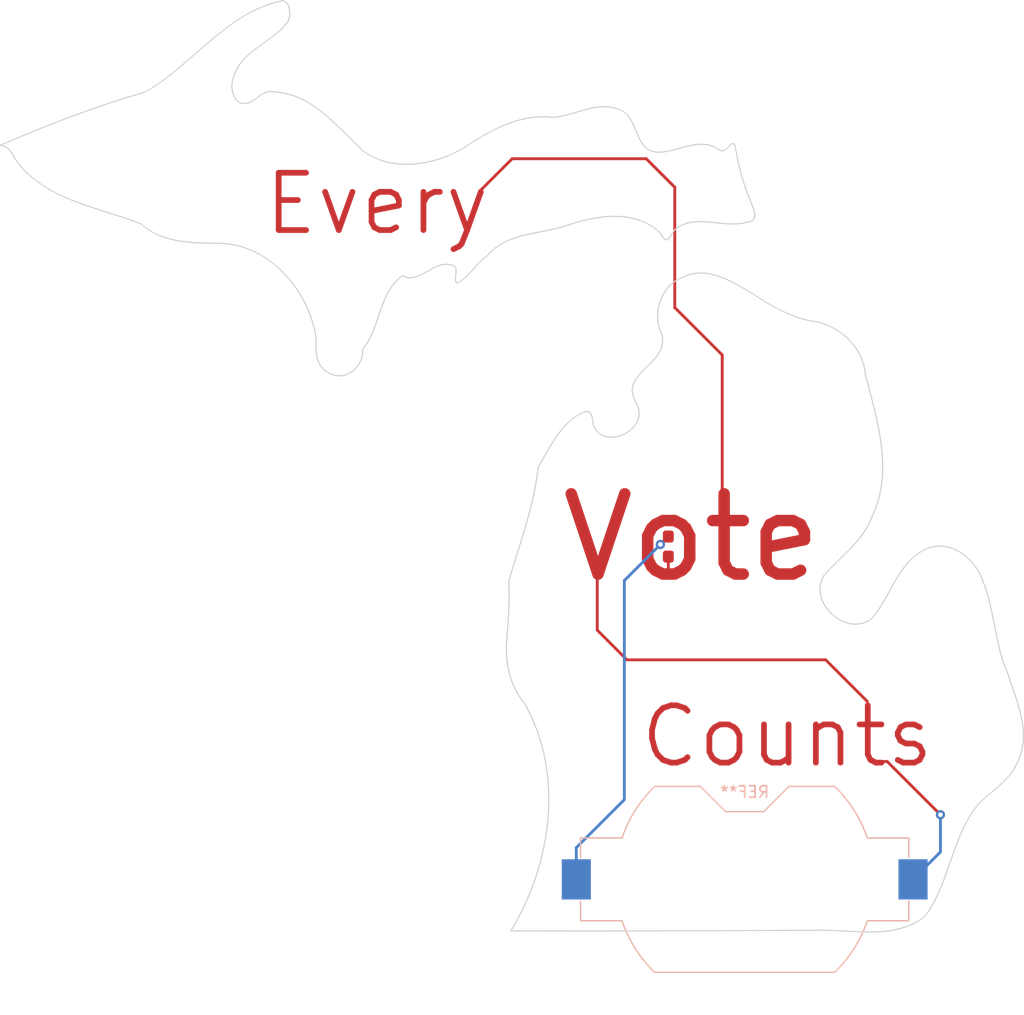
<source format=kicad_pcb>
(kicad_pcb (version 20201002) (generator pcbnew)

  (general
    (thickness 1.6)
  )

  (paper "A4")
  (layers
    (0 "F.Cu" signal)
    (31 "B.Cu" signal)
    (32 "B.Adhes" user "B.Adhesive")
    (33 "F.Adhes" user "F.Adhesive")
    (34 "B.Paste" user)
    (35 "F.Paste" user)
    (36 "B.SilkS" user "B.Silkscreen")
    (37 "F.SilkS" user "F.Silkscreen")
    (38 "B.Mask" user)
    (39 "F.Mask" user)
    (40 "Dwgs.User" user "User.Drawings")
    (41 "Cmts.User" user "User.Comments")
    (42 "Eco1.User" user "User.Eco1")
    (43 "Eco2.User" user "User.Eco2")
    (44 "Edge.Cuts" user)
    (45 "Margin" user)
    (46 "B.CrtYd" user "B.Courtyard")
    (47 "F.CrtYd" user "F.Courtyard")
    (48 "B.Fab" user)
    (49 "F.Fab" user)
  )

  (setup
    (stackup
      (layer "F.SilkS" (type "Top Silk Screen"))
      (layer "F.Paste" (type "Top Solder Paste"))
      (layer "F.Mask" (type "Top Solder Mask") (color "Green") (thickness 0.01))
      (layer "F.Cu" (type "copper") (thickness 0.035))
      (layer "dielectric 1" (type "core") (thickness 1.51) (material "FR4") (epsilon_r 4.5) (loss_tangent 0.02))
      (layer "B.Cu" (type "copper") (thickness 0.035))
      (layer "B.Mask" (type "Bottom Solder Mask") (color "Green") (thickness 0.01))
      (layer "B.Paste" (type "Bottom Solder Paste"))
      (layer "B.SilkS" (type "Bottom Silk Screen"))
      (copper_finish "None")
      (dielectric_constraints no)
    )
    (pcbplotparams
      (layerselection 0x00010fc_ffffffff)
      (disableapertmacros false)
      (usegerberextensions false)
      (usegerberattributes true)
      (usegerberadvancedattributes true)
      (creategerberjobfile true)
      (svguseinch false)
      (svgprecision 6)
      (excludeedgelayer true)
      (plotframeref false)
      (viasonmask false)
      (mode 1)
      (useauxorigin false)
      (hpglpennumber 1)
      (hpglpenspeed 20)
      (hpglpendiameter 15.000000)
      (psnegative false)
      (psa4output false)
      (plotreference true)
      (plotvalue true)
      (plotinvisibletext false)
      (sketchpadsonfab false)
      (subtractmaskfromsilk false)
      (outputformat 1)
      (mirror false)
      (drillshape 0)
      (scaleselection 1)
      (outputdirectory "gerbers")
    )
  )


  (net 0 "")

  (module "afterdark:LED_0603_1608Metric_Pad1.05x0.95mm_HandSolder-no-silk" (layer "F.Cu") (tedit 5E12045D) (tstamp bbb66118-3de4-4cb4-b543-57e89a6094da)
    (at 151.1554 105.0798 90)
    (descr "LED SMD 0603 (1608 Metric), square (rectangular) end terminal, IPC_7351 nominal, (Body size source: http://www.tortai-tech.com/upload/download/2011102023233369053.pdf), generated with kicad-footprint-generator")
    (tags "LED handsolder")
    (attr smd)
    (fp_text reference "D1" (at 0 -1.43 -90) (layer "F.SilkS") hide
      (effects (font (size 1 1) (thickness 0.15)))
      (tstamp 5b5e7d38-90f1-451d-88a7-a9e1d7358de9)
    )
    (fp_text value "LED" (at 0 1.43 -90) (layer "F.Fab") hide
      (effects (font (size 1 1) (thickness 0.15)))
      (tstamp 0541766c-3933-4375-8814-a913334daa52)
    )
    (fp_text user "${REFERENCE}" (at 0 0 -90) (layer "F.Fab") hide
      (effects (font (size 0.4 0.4) (thickness 0.06)))
      (tstamp d4763a0e-dc64-4c64-a83e-b6c6eba74587)
    )
    (fp_line (start 1.65 0.73) (end -1.65 0.73) (layer "F.CrtYd") (width 0.05) (tstamp 922751b5-20a6-4e53-8e62-4d43d4a54d19))
    (fp_line (start 1.65 -0.73) (end 1.65 0.73) (layer "F.CrtYd") (width 0.05) (tstamp c6706463-ac60-4a57-98f8-68056288aab6))
    (fp_line (start -1.65 0.73) (end -1.65 -0.73) (layer "F.CrtYd") (width 0.05) (tstamp ce6f7312-8f30-4704-a41c-b8cff9cdfd3c))
    (fp_line (start -1.65 -0.73) (end 1.65 -0.73) (layer "F.CrtYd") (width 0.05) (tstamp e515e2fd-1e1a-40dd-8941-189abf4b9bb2))
    (fp_line (start -0.8 -0.1) (end -0.8 0.4) (layer "F.Fab") (width 0.1) (tstamp 2d03167c-66e2-40c1-85b9-dcdd4a65de26))
    (fp_line (start 0.8 -0.4) (end -0.5 -0.4) (layer "F.Fab") (width 0.1) (tstamp 35ba6af1-34a4-45e1-86b0-6a82eb4d76a5))
    (fp_line (start 0.8 0.4) (end 0.8 -0.4) (layer "F.Fab") (width 0.1) (tstamp 652fbe49-a381-4430-be54-60de12526f67))
    (fp_line (start -0.5 -0.4) (end -0.8 -0.1) (layer "F.Fab") (width 0.1) (tstamp 9b1e9a8a-c18f-46db-8518-340c90240b3e))
    (fp_line (start -0.8 0.4) (end 0.8 0.4) (layer "F.Fab") (width 0.1) (tstamp b9e8dbac-d996-4172-8235-e566abb76614))
    (pad "1" smd roundrect (at -0.875 0 90) (size 1.05 0.95) (layers "F.Cu" "F.Paste" "F.Mask") (roundrect_rratio 0.25) (tstamp 115bdd90-1fb7-4c77-8fcf-d03235987930))
    (pad "2" smd roundrect (at 0.875 0 90) (size 1.05 0.95) (layers "F.Cu" "F.Paste" "F.Mask") (roundrect_rratio 0.25) (tstamp 62ec8641-f055-412d-896b-407a9d7eae46))
    (model "${KISYS3DMOD}/LED_SMD.3dshapes/LED_0603_1608Metric.wrl"
      (offset (xyz 0 0 0))
      (scale (xyz 1 1 1))
      (rotate (xyz 0 0 0))
    )
  )

  (module "art:michigan-smooth-v3" (layer "F.Cu") (tedit 0) (tstamp f5db173f-3b83-4a01-9bd9-e8bdd2b98bb8)
    (at 138.4808 97.8154)
    (attr through_hole)
    (fp_text reference "Ref**" (at 0 0) (layer "F.SilkS") hide
      (effects (font (size 1.27 1.27) (thickness 0.15)))
      (tstamp ce173e0d-b120-41d1-9bde-f9c5e6c8fae0)
    )
    (fp_text value "Val**" (at 0 0) (layer "F.SilkS") hide
      (effects (font (size 1.27 1.27) (thickness 0.15)))
      (tstamp 618c0ea5-d216-4974-a34c-30d24d36f1c7)
    )
    (fp_line (start -24.867945 -31.583136) (end -24.721544 -31.482264) (layer "Edge.Cuts") (width 0.1) (tstamp 001e4170-d76c-4b73-808b-0140a4282b75))
    (fp_line (start 28.001583 7.991343) (end 27.407631 8.57254) (layer "Edge.Cuts") (width 0.1) (tstamp 0077ca5a-11de-45d4-b74f-c05ea86ba4a4))
    (fp_line (start 9.533335 -6.251044) (end 9.535611 -6.540227) (layer "Edge.Cuts") (width 0.1) (tstamp 00bb2d98-2d84-4ead-91d1-656affff656a))
    (fp_line (start -18.054035 -10.007847) (end -18.053954 -10.450254) (layer "Edge.Cuts") (width 0.1) (tstamp 01c8c5f4-304a-492d-91b7-cc072df8c6af))
    (fp_line (start 31.324775 -0.727008) (end 31.361162 0.06134) (layer "Edge.Cuts") (width 0.1) (tstamp 025da724-86a5-470f-93a1-284bd4e4abf1))
    (fp_line (start 25.973404 11.577286) (end 26.037935 11.799532) (layer "Edge.Cuts") (width 0.1) (tstamp 0355dc86-f500-4706-b1ae-a7ad6bdbef92))
    (fp_line (start 11.953653 -14.131529) (end 12.09195 -14.475732) (layer "Edge.Cuts") (width 0.1) (tstamp 035d08ad-ac4f-4992-9d29-fc7cab45618a))
    (fp_line (start 41.701662 16.779592) (end 41.852662 17.263887) (layer "Edge.Cuts") (width 0.1) (tstamp 0365d88c-dbc1-4e7a-8333-bb934f1731b4))
    (fp_line (start -20.840127 -38.105956) (end -21.137503 -37.803932) (layer "Edge.Cuts") (width 0.1) (tstamp 0421da7a-57ec-44c5-86e8-8540fdadd9f2))
    (fp_line (start -0.121708 39.091836) (end 0.160054 38.505803) (layer "Edge.Cuts") (width 0.1) (tstamp 0441eaed-4725-4dd5-b561-640a96c5244c))
    (fp_line (start 13.945049 -16.241984) (end 14.322661 -16.400349) (layer "Edge.Cuts") (width 0.1) (tstamp 045dd244-baf0-44fa-9121-940ec6b36b7c))
    (fp_line (start 24.421114 -12.582334) (end 24.816706 -12.484462) (layer "Edge.Cuts") (width 0.1) (tstamp 049b1c11-df95-4a21-a6ec-4ccf2904edf6))
    (fp_line (start 43.00149 26.315729) (end 42.855931 26.590308) (layer "Edge.Cuts") (width 0.1) (tstamp 052b5a7b-5648-40b9-854b-6af83009d3f9))
    (fp_line (start 26.471455 12.631968) (end 26.618055 12.820796) (layer "Edge.Cuts") (width 0.1) (tstamp 06b71413-e1ba-434f-937c-7bfb02c7ca18))
    (fp_line (start 11.743161 -13.036314) (end 11.778587 -13.408402) (layer "Edge.Cuts") (width 0.1) (tstamp 07870ba0-fdda-4ee7-8177-3864c1fc53ab))
    (fp_line (start -45.546866 -27.749614) (end -45.547057 -27.749931) (layer "Edge.Cuts") (width 0.1) (tstamp 07883cb4-c672-4874-820d-674330779356))
    (fp_line (start -21.630221 -17.303494) (end -21.956087 -17.560963) (layer "Edge.Cuts") (width 0.1) (tstamp 07a51cb3-f05e-4a30-abef-e2cdea37981c))
    (fp_line (start -21.10464 -32.337221) (end -20.806437 -32.28663) (layer "Edge.Cuts") (width 0.1) (tstamp 07b5852b-9bc3-4c17-845e-59ffb2c56d29))
    (fp_line (start 26.032838 -12.237804) (end 26.428374 -12.098015) (layer "Edge.Cuts") (width 0.1) (tstamp 07f5d23c-d19d-4d56-b381-147310322b6b))
    (fp_line (start 9.58243 -5.965255) (end 9.533335 -6.251044) (layer "Edge.Cuts") (width 0.1) (tstamp 07fd68ea-1018-4099-a5a7-4d0199c07238))
    (fp_line (start 23.270615 -12.978036) (end 23.648412 -12.830518) (layer "Edge.Cuts") (width 0.1) (tstamp 0810b28e-2189-4ee7-b558-28ca141b28fe))
    (fp_line (start 2.085263 -0.991106) (end 2.487765 -1.676518) (layer "Edge.Cuts") (width 0.1) (tstamp 08856825-e194-44ea-9444-773ccf7eabb7))
    (fp_line (start 2.118709 27.078617) (end 2.029718 26.437828) (layer "Edge.Cuts") (width 0.1) (tstamp 08c72b73-a1e7-4b21-829a-93ddc530e1e4))
    (fp_line (start -27.831142 -19.205685) (end -28.672085 -19.246434) (layer "Edge.Cuts") (width 0.1) (tstamp 090526fe-1bc9-48ca-a7d0-acf6ad9cb345))
    (fp_line (start -23.734939 -18.596365) (end -24.117775 -18.747528) (layer "Edge.Cuts") (width 0.1) (tstamp 0a12c563-f4cd-41b7-bf04-fea4724c3d37))
    (fp_line (start -1.299851 13.902527) (end -1.235123 12.698653) (layer "Edge.Cuts") (width 0.1) (tstamp 0a9545cf-af37-4e4c-9dae-3981cae33092))
    (fp_line (start 1.3213 35.454574) (end 1.501288 34.824853) (layer "Edge.Cuts") (width 0.1) (tstamp 0b0b24e2-b6d5-4b53-bc7d-2a387dd6b942))
    (fp_line (start -6.711793 -26.760817) (end -6.1773 -26.985831) (layer "Edge.Cuts") (width 0.1) (tstamp 0b5114af-cd3a-4464-8351-2db2f2c865d9))
    (fp_line (start 33.389871 40.429215) (end 32.812953 40.605819) (layer "Edge.Cuts") (width 0.1) (tstamp 0b772324-ba8d-4a78-a8bd-ce656344853c))
    (fp_line (start -2.909209 -28.882564) (end -2.435931 -29.124755) (layer "Edge.Cuts") (width 0.1) (tstamp 0bbfcfb0-eeb6-49cb-beaa-7a8d8736484b))
    (fp_line (start 12.501768 -19.487669) (end 12.435624 -19.50717) (layer "Edge.Cuts") (width 0.1) (tstamp 0bcb3756-6472-45d5-ac33-a7a84b1aeab7))
    (fp_line (start -25.317069 -33.412287) (end -25.354087 -33.223538) (layer "Edge.Cuts") (width 0.1) (tstamp 0bd768ae-51d9-4915-ba1d-576bf059fa1f))
    (fp_line (start -20.538782 -40.074183) (end -20.472015 -39.958442) (layer "Edge.Cuts") (width 0.1) (tstamp 0d9f5934-5bb6-4763-a0a8-f5a08994e6ed))
    (fp_line (start -32.641393 -20.365701) (end -32.98288 -20.610106) (layer "Edge.Cuts") (width 0.1) (tstamp 0d9f96a9-ae79-48d4-b450-1479447b4cee))
    (fp_line (start 4.179398 -30.488278) (end 4.951002 -30.713239) (layer "Edge.Cuts") (width 0.1) (tstamp 0e9ee401-0dbf-40cb-b132-546ddf41e140))
    (fp_line (start 12.701854 -15.397869) (end 12.967924 -15.657028) (layer "Edge.Cuts") (width 0.1) (tstamp 0ee5dff1-f0e5-4b17-a3ca-2775e88b9f3f))
    (fp_line (start 2.120964 -30.218414) (end 2.657971 -30.170777) (layer "Edge.Cuts") (width 0.1) (tstamp 0f237711-4ea8-4cac-a866-9a2afa22d852))
    (fp_line (start 34.686994 7.721837) (end 35.132214 7.484755) (layer "Edge.Cuts") (width 0.1) (tstamp 0f4e8179-e75c-410a-933e-8d157dd2d75e))
    (fp_line (start 16.206467 -16.53747) (end 16.578383 -16.459172) (layer "Edge.Cuts") (width 0.1) (tstamp 0f6d9b04-06c0-4535-a08d-aef69af60585))
    (fp_line (start 26.121131 12.017152) (end 26.221867 12.229118) (layer "Edge.Cuts") (width 0.1) (tstamp 10055953-1f4f-4187-b4da-4ceb42c78a81))
    (fp_line (start 1.78103 25.168589) (end 1.620548 24.54149) (layer "Edge.Cuts") (width 0.1) (tstamp 101e7796-07fb-4e47-a4f2-48aa68c45f6a))
    (fp_line (start -42.445363 -29.056089) (end -40.880824 -29.677084) (layer "Edge.Cuts") (width 0.1) (tstamp 1090f02d-55af-414c-838e-a5b680fb2a07))
    (fp_line (start -43.602274 -25.700135) (end -43.86033 -25.994297) (layer "Edge.Cuts") (width 0.1) (tstamp 11389d93-4a86-40e4-a6e1-5e51080d4f20))
    (fp_line (start -26.144976 -19.180317) (end -26.570182 -19.19674) (layer "Edge.Cuts") (width 0.1) (tstamp 11c7e789-b6fc-422c-a3a2-0676e9648d7f))
    (fp_line (start 14.422567 -27.680566) (end 14.764438 -27.753126) (layer "Edge.Cuts") (width 0.1) (tstamp 11e0f652-f567-468f-90a1-9aae71c6203d))
    (fp_line (start 42.898398 20.192646) (end 43.218224 21.215795) (layer "Edge.Cuts") (width 0.1) (tstamp 11e5dcc4-2ff4-4d96-86f0-81cf36df1f33))
    (fp_line (start 10.604135 -27.641841) (end 10.814059 -27.453711) (layer "Edge.Cuts") (width 0.1) (tstamp 11ec233c-0257-49b9-a1ae-5ac48eafe30c))
    (fp_line (start -21.896264 -32.424609) (end -21.720868 -32.391839) (layer "Edge.Cuts") (width 0.1) (tstamp 1304d7a9-f459-439b-a094-3c7bc9ad092d))
    (fp_line (start -14.179398 -8.890014) (end -14.308397 -8.652613) (layer "Edge.Cuts") (width 0.1) (tstamp 13866746-7dd5-40de-a298-e939ec09d0b0))
    (fp_line (start -23.39506 -31.733901) (end -22.893921 -32.108336) (layer "Edge.Cuts") (width 0.1) (tstamp 13891edd-04ae-4da7-aceb-7a67d2571759))
    (fp_line (start -1.302305 -19.434506) (end -1.705918 -19.239692) (layer "Edge.Cuts") (width 0.1) (tstamp 13978b05-b161-4705-a7d5-76038915e519))
    (fp_line (start 4.609054 -20.999306) (end 4.080919 -20.833647) (layer "Edge.Cuts") (width 0.1) (tstamp 13f9168e-dad6-4218-8fdc-22d3ef416899))
    (fp_line (start 40.731855 12.318735) (end 40.945906 13.310324) (layer "Edge.Cuts") (width 0.1) (tstamp 14696c20-31f9-47ef-aa4e-624a966716b9))
    (fp_line (start 10.123106 -4.470205) (end 10.098253 -4.662583) (layer "Edge.Cuts") (width 0.1) (tstamp 1494c2b5-a40a-456a-b223-356770349c3e))
    (fp_line (start 19.783256 -21.089255) (end 19.589808 -21.053395) (layer "Edge.Cuts") (width 0.1) (tstamp 1572a154-7fbe-4e0d-b224-329212a910ea))
    (fp_line (start 1.662942 34.19022) (end 1.805866 33.551352) (layer "Edge.Cuts") (width 0.1) (tstamp 159f0ba7-1257-411d-a034-15fefade7fb2))
    (fp_line (start -15.529848 -7.692882) (end -15.783214 -7.638904) (layer "Edge.Cuts") (width 0.1) (tstamp 15ac314f-7002-4ad4-9ffb-2ba5bac88f94))
    (fp_line (start 20.052098 -21.22224) (end 19.936175 -21.146237) (layer "Edge.Cuts") (width 0.1) (tstamp 16926ede-b2ec-4765-8e9c-27975fce0b5a))
    (fp_line (start 10.262162 -7.86617) (end 10.475374 -8.096367) (layer "Edge.Cuts") (width 0.1) (tstamp 1804b9a1-8afe-4f82-a893-9f97dc73c3f2))
    (fp_line (start -3.130228 -18.09192) (end -3.48192 -17.81802) (layer "Edge.Cuts") (width 0.1) (tstamp 18b7695b-dc63-44a0-b14d-e93f527b3319))
    (fp_line (start 6.493916 -31.06858) (end 6.876365 -31.104606) (layer "Edge.Cuts") (width 0.1) (tstamp 190d6d04-ac02-4138-875b-ef4971c7272a))
    (fp_line (start -8.444843 -16.679769) (end -8.944427 -16.412023) (layer "Edge.Cuts") (width 0.1) (tstamp 194246ee-27cc-4ca0-9a3f-31dd5417fd1f))
    (fp_line (start 15.451365 -21.08555) (end 15.04625 -21.071614) (layer "Edge.Cuts") (width 0.1) (tstamp 1966fdac-14d7-4bc5-b0fa-8ffdc6d6faef))
    (fp_line (start -32.155708 -32.863688) (end -31.412209 -33.377359) (layer "Edge.Cuts") (width 0.1) (tstamp 19be3658-44bb-43e1-afdd-10e1a269ce2f))
    (fp_line (start 40.537733 28.971201) (end 40.083032 29.371657) (layer "Edge.Cuts") (width 0.1) (tstamp 19debb1f-e1db-4145-a2c1-56ade8dbc4a3))
    (fp_line (start 12.195719 40.78904) (end 5.568086 40.802094) (layer "Edge.Cuts") (width 0.1) (tstamp 1a87c087-5a21-45b7-b4c1-b5bb3c23e9a5))
    (fp_line (start 18.380975 -20.873861) (end 17.96475 -20.881755) (layer "Edge.Cuts") (width 0.1) (tstamp 1a8e706f-8fc7-43df-8f50-2c363a34c00b))
    (fp_line (start -14.078788 -9.141391) (end -14.179398 -8.890014) (layer "Edge.Cuts") (width 0.1) (tstamp 1ab94c75-9144-40a5-8b39-397f70a22ac5))
    (fp_line (start 7.763843 -2.278079) (end 7.947943 -2.290347) (layer "Edge.Cuts") (width 0.1) (tstamp 1ae7a56b-3b5c-4bfd-9fb7-28e80dc6adf4))
    (fp_line (start 11.506252 -27.157386) (end 11.679162 -27.133699) (layer "Edge.Cuts") (width 0.1) (tstamp 1bdb3f27-a35a-46ff-acfa-0d1d48603150))
    (fp_line (start 1.589751 -30.225169) (end 2.120964 -30.218414) (layer "Edge.Cuts") (width 0.1) (tstamp 1c1b9824-2cd6-4766-b427-13cacc1e0adb))
    (fp_line (start -25.1048 -31.862321) (end -24.995672 -31.711184) (layer "Edge.Cuts") (width 0.1) (tstamp 1c31bffe-aaad-4625-a7df-4abe4ed1fe7f))
    (fp_line (start 18.723376 -26.496713) (end 18.85692 -25.899433) (layer "Edge.Cuts") (width 0.1) (tstamp 1c4903bd-ad3b-4d1a-b0c0-3cade57da9c4))
    (fp_line (start 32.812953 40.605819) (end 32.223163 40.733673) (layer "Edge.Cuts") (width 0.1) (tstamp 1cd80ef5-db97-4559-be62-d40ca9417a85))
    (fp_line (start -30.747226 -19.555913) (end -31.146221 -19.669697) (layer "Edge.Cuts") (width 0.1) (tstamp 1d35dbb8-fcbb-4f5e-a645-0ffe35214323))
    (fp_line (start 20.213234 -21.543379) (end 20.187093 -21.422911) (layer "Edge.Cuts") (width 0.1) (tstamp 1d482f09-4376-41bf-b1cb-13eabc537dab))
    (fp_line (start 12.289796 -19.627167) (end 12.207843 -19.731495) (layer "Edge.Cuts") (width 0.1) (tstamp 1d61d440-d88b-4d4c-847a-585af60ba888))
    (fp_line (start -25.057427 -38.552827) (end -24.298865 -39.032673) (layer "Edge.Cuts") (width 0.1) (tstamp 1d6c6fbb-deee-40de-842d-193a15c08d3c))
    (fp_line (start -44.260126 -26.538664) (end -44.396882 -26.771731) (layer "Edge.Cuts") (width 0.1) (tstamp 1d95af6c-66c1-4637-89c3-f36d41ae58fe))
    (fp_line (start -34.533406 -31.907733) (end -32.924668 -32.393611) (layer "Edge.Cuts") (width 0.1) (tstamp 1dfe6fa3-f087-4119-ab1d-fd08eb865bed))
    (fp_line (start -43.055863 -25.156923) (end -43.333953 -25.421239) (layer "Edge.Cuts") (width 0.1) (tstamp 1e7b81d4-8889-4528-b573-5e9d51af171d))
    (fp_line (start -17.888637 -30.916193) (end -17.415004 -30.54816) (layer "Edge.Cuts") (width 0.1) (tstamp 1e9f820a-2df6-4ee9-aae6-9de70461c0c0))
    (fp_line (start 7.403 -2.300367) (end 7.581761 -2.281221) (layer "Edge.Cuts") (width 0.1) (tstamp 1ea47980-be9f-4ebf-9cc2-549ac7580afe))
    (fp_line (start -24.169566 -31.38356) (end -23.947736 -31.432251) (layer "Edge.Cuts") (width 0.1) (tstamp 1f13a8c3-ed0d-4372-b787-0c1b3152d53d))
    (fp_line (start 35.334915 7.402565) (end 35.537591 7.336356) (layer "Edge.Cuts") (width 0.1) (tstamp 1f2ba9d5-b80d-40df-bbfb-085d8f36fd8e))
    (fp_line (start 17.438263 -27.256286) (end 17.544976 -27.291282) (layer "Edge.Cuts") (width 0.1) (tstamp 1f302d17-d805-4e03-bb88-ba3c446abbd8))
    (fp_line (start 19.724571 -14.979279) (end 20.408275 -14.536038) (layer "Edge.Cuts") (width 0.1) (tstamp 1f64b3fa-3a6f-43ec-9e6b-8848152d05fa))
    (fp_line (start -22.292463 -17.802688) (end -22.638941 -18.027881) (layer "Edge.Cuts") (width 0.1) (tstamp 1f6f4101-245f-40fa-8df6-ea4cb0b167cb))
    (fp_line (start -20.719729 -16.444528) (end -21.011636 -16.744487) (layer "Edge.Cuts") (width 0.1) (tstamp 1fbd0446-f7dd-4dd8-b25a-01a0e0b9fd1f))
    (fp_line (start 13.889794 -20.78917) (end 13.707953 -20.6966) (layer "Edge.Cuts") (width 0.1) (tstamp 1fcd53ea-a291-4290-ab85-11084e652114))
    (fp_line (start -20.569467 -38.430729) (end -20.840127 -38.105956) (layer "Edge.Cuts") (width 0.1) (tstamp 2043a1b3-8a0e-40fd-a1e0-49b54bd75e85))
    (fp_line (start -10.70858 -26.092353) (end -10.132064 -26.073158) (layer "Edge.Cuts") (width 0.1) (tstamp 20c9a609-4836-46aa-b68c-7b63bd0b8805))
    (fp_line (start 10.267295 -28.105784) (end 10.423806 -27.861115) (layer "Edge.Cuts") (width 0.1) (tstamp 20f8c937-edcf-4ba9-b94e-372f6ce31c48))
    (fp_line (start 43.635369 23.80207) (end 43.612863 24.315139) (layer "Edge.Cuts") (width 0.1) (tstamp 2131d92a-c7dd-497f-a705-3b4d1320233c))
    (fp_line (start -45.133492 -27.616444) (end -45.257048 -27.672022) (layer "Edge.Cuts") (width 0.1) (tstamp 21452edb-89d5-46ff-ab57-530995ac0d0a))
    (fp_line (start 8.518422 -21.526998) (end 7.959448 -21.545332) (layer "Edge.Cuts") (width 0.1) (tstamp 21782241-29ab-4e05-a375-33c21fc56bd5))
    (fp_line (start 37.122674 7.323846) (end 37.498026 7.446616) (layer "Edge.Cuts") (width 0.1) (tstamp 218cac36-c100-4ea0-9aa8-a0e706cd866f))
    (fp_line (start -9.452341 -16.22811) (end -9.712105 -16.187423) (layer "Edge.Cuts") (width 0.1) (tstamp 21e7e7b6-1d5a-486c-9edd-8337adf381c0))
    (fp_line (start -1.360456 17.42284) (end -1.404041 17.038204) (layer "Edge.Cuts") (width 0.1) (tstamp 223a6cda-3a69-4741-80a3-89c23610bab8))
    (fp_line (start 12.132319 -10.265064) (end 12.177802 -10.559262) (layer "Edge.Cuts") (width 0.1) (tstamp 2338aa18-fb3e-49bd-97b9-a67e66d0e611))
    (fp_line (start 28.196389 -11.000074) (end 28.493781 -10.709236) (layer "Edge.Cuts") (width 0.1) (tstamp 233c68d5-829e-4a61-9fa0-a7ab3b1ebda8))
    (fp_line (start -32.285563 -20.151495) (end -32.641393 -20.365701) (layer "Edge.Cuts") (width 0.1) (tstamp 24010655-2d42-4ebd-bb4b-8495c99fda72))
    (fp_line (start 16.578383 -16.459172) (end 16.947352 -16.35404) (layer "Edge.Cuts") (width 0.1) (tstamp 242dbd1d-75e3-4a98-9a0a-4246bc01f469))
    (fp_line (start -19.918414 -15.472311) (end -20.172712 -15.80765) (layer "Edge.Cuts") (width 0.1) (tstamp 249e8eaa-9647-42c3-be75-e2e080ebfb6f))
    (fp_line (start 19.564679 -23.554824) (end 19.800482 -22.985648) (layer "Edge.Cuts") (width 0.1) (tstamp 24ec4040-e140-4e59-ae19-ce74f2184adf))
    (fp_line (start 30.25646 -6.215746) (end 30.651646 -4.666737) (layer "Edge.Cuts") (width 0.1) (tstamp 2551c6d2-eb00-48a4-ae6c-6dd8d76e0f29))
    (fp_line (start -29.981977 -34.501318) (end -28.594751 -35.697158) (layer "Edge.Cuts") (width 0.1) (tstamp 255dcb1a-e8e3-4e45-8b04-376d0f0ff28f))
    (fp_line (start -17.053064 -7.944204) (end -17.240137 -8.070061) (layer "Edge.Cuts") (width 0.1) (tstamp 25640755-8257-4d0f-a3a7-40d2448592bc))
    (fp_line (start 14.764438 -27.753126) (end 15.104688 -27.806041) (layer "Edge.Cuts") (width 0.1) (tstamp 25b484fd-6063-4b34-b60d-bdb437e095fe))
    (fp_line (start -31.916811 -19.965451) (end -32.285563 -20.151495) (layer "Edge.Cuts") (width 0.1) (tstamp 25cc3fca-6709-49dd-9a1a-c59414acafe3))
    (fp_line (start 14.263701 -20.93135) (end 13.889794 -20.78917) (layer "Edge.Cuts") (width 0.1) (tstamp 25d9bd8e-9cd5-40c1-8de2-6c7d605d68a5))
    (fp_line (start 26.264252 9.756265) (end 26.138919 9.978475) (layer "Edge.Cuts") (width 0.1) (tstamp 25e294e6-650c-49c0-b063-7de2158caec7))
    (fp_line (start 4.080919 -20.833647) (end 3.569913 -20.656568) (layer "Edge.Cuts") (width 0.1) (tstamp 269fbdc0-0cdb-4642-af30-473f97329ae6))
    (fp_line (start 27.731995 13.712563) (end 27.9462 13.811388) (layer "Edge.Cuts") (width 0.1) (tstamp 26beac35-4bcb-4e91-b784-3f13b593d83a))
    (fp_line (start -5.661274 -27.235703) (end -5.166829 -27.507927) (layer "Edge.Cuts") (width 0.1) (tstamp 26c125a2-a0d4-430c-842b-5695d21979c4))
    (fp_line (start -24.719508 -34.769192) (end -24.94137 -34.409089) (layer "Edge.Cuts") (width 0.1) (tstamp 2708ff8a-9423-41be-975a-94e2c36e1b54))
    (fp_line (start 3.394429 -2.966406) (end 3.65149 -3.258615) (layer "Edge.Cuts") (width 0.1) (tstamp 2713278f-7d3d-4f89-b551-329e1f3acc15))
    (fp_line (start 29.970834 13.813536) (end 30.185904 13.696324) (layer "Edge.Cuts") (width 0.1) (tstamp 27c9c74d-fbde-4733-ab34-0e28891a6424))
    (fp_line (start -17.854717 -8.929464) (end -17.922593 -9.134802) (layer "Edge.Cuts") (width 0.1) (tstamp 2849afa4-a641-48e0-8451-0f4c3cd69c87))
    (fp_line (start 15.442902 -27.833137) (end 15.778662 -27.82824) (layer "Edge.Cuts") (width 0.1) (tstamp 287bbddd-9d8e-430a-b678-05fff5b481b6))
    (fp_line (start 29.236821 -9.716206) (end 29.42799 -9.349095) (layer "Edge.Cuts") (width 0.1) (tstamp 288ad0f7-184b-45e3-adce-a4123a994a1b))
    (fp_line (start 37.753327 33.36947) (end 37.297236 34.652578) (layer "Edge.Cuts") (width 0.1) (tstamp 28afd67b-4837-4fcb-9fb9-25ee357116ee))
    (fp_line (start 28.165557 13.893239) (end 28.388943 13.957088) (layer "Edge.Cuts") (width 0.1) (tstamp 28d00f3a-de5b-463a-96ff-4627d3e04754))
    (fp_line (start 2.91994 -2.341078) (end 3.151105 -2.659795) (layer "Edge.Cuts") (width 0.1) (tstamp 292d8d3a-a8ac-402d-9b0b-dbc4f5b30d43))
    (fp_line (start 32.223163 40.733673) (end 31.622473 40.819124) (layer "Edge.Cuts") (width 0.1) (tstamp 294c4c2a-0995-41c6-a42d-4937aa8ca33a))
    (fp_line (start -16.043724 -7.623358) (end -16.308724 -7.6493) (layer "Edge.Cuts") (width 0.1) (tstamp 29671f98-2b55-43e7-af03-c95f59790670))
    (fp_line (start -4.721077 -16.503103) (end -5.040972 -16.193588) (layer "Edge.Cuts") (width 0.1) (tstamp 29f1f94e-122b-4d2a-8e00-6940810c0872))
    (fp_line (start -16.954087 -30.15722) (end -16.503972 -29.748841) (layer "Edge.Cuts") (width 0.1) (tstamp 2b5221ce-be73-4c2d-a61b-b9fc3e7c527e))
    (fp_line (start 43.612863 24.315139) (end 43.54327 24.824171) (layer "Edge.Cuts") (width 0.1) (tstamp 2b9ae7ac-75d9-40f8-a777-0ddb4fe791b9))
    (fp_line (start -13.431951 -26.9122) (end -12.918891 -26.643357) (layer "Edge.Cuts") (width 0.1) (tstamp 2bb623ed-8248-4d64-953e-b5ffc4c95dc4))
    (fp_line (start -32.924668 -32.393611) (end -32.155708 -32.863688) (layer "Edge.Cuts") (width 0.1) (tstamp 2c4dabcb-ec21-424e-a6b2-3a5cb58771b6))
    (fp_line (start -13.247093 -11.115005) (end -13.457285 -10.70757) (layer "Edge.Cuts") (width 0.1) (tstamp 2d42537d-60fe-4d04-b4fc-98552ffb9ac9))
    (fp_line (start 11.743366 -12.661769) (end 11.743161 -13.036314) (layer "Edge.Cuts") (width 0.1) (tstamp 2d8434fb-190c-4544-8ad7-c95343d59690))
    (fp_line (start -23.198411 -36.231831) (end -23.540607 -35.970206) (layer "Edge.Cuts") (width 0.1) (tstamp 2df959b9-21e9-4520-8184-9b3026c49d09))
    (fp_line (start -18.176439 -11.687466) (end -18.279016 -12.089403) (layer "Edge.Cuts") (width 0.1) (tstamp 2e33d94b-100f-4aa3-81fc-abcce26c5972))
    (fp_line (start 5.617173 -4.51406) (end 5.717073 -4.49486) (layer "Edge.Cuts") (width 0.1) (tstamp 2e3476e0-12d8-4fd2-bab7-2fb909e19cfb))
    (fp_line (start -20.930868 -40.363052) (end -20.814132 -40.322031) (layer "Edge.Cuts") (width 0.1) (tstamp 2e74840b-80c9-41d2-b95a-d2cb6c9fe15e))
    (fp_line (start -17.404088 -8.213653) (end -17.546219 -8.373184) (layer "Edge.Cuts") (width 0.1) (tstamp 2ee19c77-056e-4a08-b572-38b7994b9ca8))
    (fp_line (start 1.805866 33.551352) (end 1.92967 32.908925) (layer "Edge.Cuts") (width 0.1) (tstamp 2f26c182-6257-432a-9d87-c04f89878cb4))
    (fp_line (start -1.468648 -29.555244) (end -0.9749 -29.738253) (layer "Edge.Cuts") (width 0.1) (tstamp 2f52bc98-0799-449c-8dfa-bc650ff9a652))
    (fp_line (start 7.256397 -31.108159) (end 7.633463 -31.073564) (layer "Edge.Cuts") (width 0.1) (tstamp 2f7c0145-f0c5-43fc-b6fb-547a834204a9))
    (fp_line (start -19.404971 -31.828189) (end -18.881707 -31.561675) (layer "Edge.Cuts") (width 0.1) (tstamp 2fcc0ed5-401a-4529-8c8c-a56809c71bd9))
    (fp_line (start 26.339017 12.434399) (end 26.471455 12.631968) (layer "Edge.Cuts") (width 0.1) (tstamp 2fef1307-3425-4a95-94c6-62814f033534))
    (fp_line (start 7.228862 -2.336108) (end 7.403 -2.300367) (layer "Edge.Cuts") (width 0.1) (tstamp 2ffa1616-5fa6-4e55-951e-78ed821c870e))
    (fp_line (start 43.559304 22.768351) (end 43.615833 23.286097) (layer "Edge.Cuts") (width 0.1) (tstamp 3032485f-bba7-4d3f-8a14-78a5d0c9ca45))
    (fp_line (start 12.173657 -10.8726) (end 12.113912 -11.207393) (layer "Edge.Cuts") (width 0.1) (tstamp 33b08251-e751-4703-9103-738385ccc19c))
    (fp_line (start 8.007009 -30.995145) (end 8.376484 -30.867228) (layer "Edge.Cuts") (width 0.1) (tstamp 33b34343-093d-4010-a1f3-241e244bf063))
    (fp_line (start -1.955701 -29.349863) (end -1.468648 -29.555244) (layer "Edge.Cuts") (width 0.1) (tstamp 341790ad-5d0a-4c11-8fb3-5cad1660cc23))
    (fp_line (start -40.880824 -29.677084) (end -39.307272 -30.274436) (layer "Edge.Cuts") (width 0.1) (tstamp 351150d6-efc7-458e-ac80-08b912143624))
    (fp_line (start -4.28605 -28.079941) (end -3.375408 -28.625935) (layer "Edge.Cuts") (width 0.1) (tstamp 3568f487-1449-42d0-a4b7-78ffc8fec57c))
    (fp_line (start -0.731604 40.234275) (end -0.419058 39.668219) (layer "Edge.Cuts") (width 0.1) (tstamp 36ead0a7-4c6a-4dca-a71c-93d7de10b500))
    (fp_line (start -22.060899 -32.43255) (end -21.896264 -32.424609) (layer "Edge.Cuts") (width 0.1) (tstamp 37c44e47-25de-4e1f-ae62-adf5e4275603))
    (fp_line (start -18.534757 -12.883171) (end -18.687108 -13.273422) (layer "Edge.Cuts") (width 0.1) (tstamp 384812ca-b908-4a76-b821-5c9e5eea5fac))
    (fp_line (start 4.951002 -30.713239) (end 5.723979 -30.921806) (layer "Edge.Cuts") (width 0.1) (tstamp 38788061-a543-4eb4-8e8f-cdef58db9de1))
    (fp_line (start 29.870129 5.793665) (end 29.642395 6.136052) (layer "Edge.Cuts") (width 0.1) (tstamp 38ca26f6-7e94-4e44-8e94-a8305161a71b))
    (fp_line (start 25.97015 10.432683) (end 25.924461 10.662624) (layer "Edge.Cuts") (width 0.1) (tstamp 390b4e37-667a-4192-a1d3-0e2f2253d248))
    (fp_line (start -5.570652 -15.803886) (end -5.765702 -15.701275) (layer "Edge.Cuts") (width 0.1) (tstamp 392ed790-9e0e-4669-99a0-03b204ee0957))
    (fp_line (start 42.516193 27.096524) (end 42.325577 27.331245) (layer "Edge.Cuts") (width 0.1) (tstamp 39d37723-bf53-4ec5-addd-493e5450d6b6))
    (fp_line (start -1.243763 10.301209) (end -0.876922 9.071565) (layer "Edge.Cuts") (width 0.1) (tstamp 39d7c595-67c0-4715-83df-7a8827284df9))
    (fp_line (start 42.023915 17.742845) (end 42.218587 18.215629) (layer "Edge.Cuts") (width 0.1) (tstamp 3a118c30-c8ef-4c9f-a786-0dbd02f9f573))
    (fp_line (start 26.221867 12.229118) (end 26.339017 12.434399) (layer "Edge.Cuts") (width 0.1) (tstamp 3a70b6e4-fa6b-4231-ad72-a88a9f758f46))
    (fp_line (start 11.779872 -12.288186) (end 11.743366 -12.661769) (layer "Edge.Cuts") (width 0.1) (tstamp 3ace7d38-8867-46cf-a6e5-1d350d447c75))
    (fp_line (start 9.639831 -29.508796) (end 9.7639 -29.223406) (layer "Edge.Cuts") (width 0.1) (tstamp 3ad70689-ad84-43e4-b53d-b7a96dad533c))
    (fp_line (start 8.6785 -2.481659) (end 9.02205 -2.654356) (layer "Edge.Cuts") (width 0.1) (tstamp 3af461ac-44e6-4888-99d0-dac6a718834c))
    (fp_line (start 31.622473 40.819124) (end 31.012855 40.868518) (layer "Edge.Cuts") (width 0.1) (tstamp 3b4cca79-941e-4e12-8a71-27d1ebfdcf53))
    (fp_line (start -44.529681 -26.996549) (end -44.670311 -27.206052) (layer "Edge.Cuts") (width 0.1) (tstamp 3c17e09f-a560-489c-8715-0c1170850345))
    (fp_line (start 10.105976 -4.098469) (end 10.125246 -4.281969) (layer "Edge.Cuts") (width 0.1) (tstamp 3c2844ea-7ab7-4ff3-8568-fba39e861048))
    (fp_line (start -42.768496 -24.9065) (end -43.055863 -25.156923) (layer "Edge.Cuts") (width 0.1) (tstamp 3c91cc76-698a-40fc-96c6-f07a6489cd85))
    (fp_line (start 2.225828 30.317166) (end 2.248141 29.667097) (layer "Edge.Cuts") (width 0.1) (tstamp 3d3fa597-62c1-4441-8898-b49293840d52))
    (fp_line (start 11.679162 -27.133699) (end 12.019025 -27.141169) (layer "Edge.Cuts") (width 0.1) (tstamp 3d759d13-0f8e-4f03-9d9a-36d9e8a8a099))
    (fp_line (start -45.394348 -27.716707) (end -45.546866 -27.749614) (layer "Edge.Cuts") (width 0.1) (tstamp 3d90039f-539c-42bc-8499-81cc43bd0281))
    (fp_line (start 29.42799 -9.349095) (end 29.587503 -8.965968) (layer "Edge.Cuts") (width 0.1) (tstamp 3e328e24-f47b-4cd7-9fb9-f125bcf4a66b))
    (fp_line (start 6.111999 -3.53195) (end 6.158345 -3.290675) (layer "Edge.Cuts") (width 0.1) (tstamp 3e37a3b5-01d6-4f12-b294-f61ba8e3142a))
    (fp_line (start -10.132064 -26.073158) (end -9.552203 -26.096372) (layer "Edge.Cuts") (width 0.1) (tstamp 3e6be77b-747e-4557-962f-a750bc37fc12))
    (fp_line (start 11.059353 -27.302478) (end 11.345796 -27.19389) (layer "Edge.Cuts") (width 0.1) (tstamp 3f0040e9-bd54-48af-9e2e-faab9376cb9b))
    (fp_line (start 15.832175 -16.58533) (end 16.206467 -16.53747) (layer "Edge.Cuts") (width 0.1) (tstamp 3f0bda0b-0a37-4c19-81a7-c66dd0af0902))
    (fp_line (start 12.09195 -14.475732) (end 12.263197 -14.803802) (layer "Edge.Cuts") (width 0.1) (tstamp 3f2e7a24-5ca7-40d6-b6f1-aee6efa6c511))
    (fp_line (start 18.36952 -27.877277) (end 18.42992 -27.811597) (layer "Edge.Cuts") (width 0.1) (tstamp 404bde16-36eb-400b-be33-481ea3a09453))
    (fp_line (start -5.040972 -16.193588) (end -5.385713 -15.921376) (layer "Edge.Cuts") (width 0.1) (tstamp 40e49395-9424-4f93-bb85-44d489beea57))
    (fp_line (start 27.183632 -11.734974) (end 27.539275 -11.514164) (layer "Edge.Cuts") (width 0.1) (tstamp 41587b13-432a-40c2-be04-1529449716f8))
    (fp_line (start -1.211449 11.49646) (end -1.219674 10.897638) (layer "Edge.Cuts") (width 0.1) (tstamp 41bd7382-de20-45ae-ac2a-489716bff282))
    (fp_line (start 26.949236 13.168109) (end 27.131565 13.324538) (layer "Edge.Cuts") (width 0.1) (tstamp 41d017c2-9ec1-4690-9e45-48b7576bf6be))
    (fp_line (start 6.075113 -3.781507) (end 6.111999 -3.53195) (layer "Edge.Cuts") (width 0.1) (tstamp 41d15b4d-f8a6-401f-b0aa-11fd7187645a))
    (fp_line (start 13.590192 -16.082505) (end 13.945049 -16.241984) (layer "Edge.Cuts") (width 0.1) (tstamp 42548553-3eee-40a8-a6e3-02b0c4bb7cb2))
    (fp_line (start 19.800482 -22.985648) (end 19.896274 -22.71304) (layer "Edge.Cuts") (width 0.1) (tstamp 42738de8-fd58-47e8-96bf-bcb6ed6a0a0a))
    (fp_line (start 26.777691 12.999852) (end 26.949236 13.168109) (layer "Edge.Cuts") (width 0.1) (tstamp 42cf67de-f14d-4e8f-9638-8e8367836264))
    (fp_line (start 14.649775 -21.022856) (end 14.263701 -20.93135) (layer "Edge.Cuts") (width 0.1) (tstamp 434a5798-b6a0-49dc-bfb7-aa064e8ef98d))
    (fp_line (start 8.977377 -30.501784) (end 9.17947 -30.287324) (layer "Edge.Cuts") (width 0.1) (tstamp 43ac2d5f-15e9-478a-aac1-a8da1cc8405f))
    (fp_line (start 30.879993 3.550356) (end 30.747554 3.928636) (layer "Edge.Cuts") (width 0.1) (tstamp 445e78ca-29d9-41c4-98be-b1f1f3f18027))
    (fp_line (start 40.317395 10.856133) (end 40.47222 11.339248) (layer "Edge.Cuts") (width 0.1) (tstamp 44a35079-b467-412d-a597-9a8654fc6313))
    (fp_line (start -13.680412 -27.068009) (end -13.431951 -26.9122) (layer "Edge.Cuts") (width 0.1) (tstamp 450a3866-6d71-4501-9b87-d72789d0fbba))
    (fp_line (start 31.499716 11.964352) (end 31.981616 11.101004) (layer "Edge.Cuts") (width 0.1) (tstamp 45c8d240-a753-4f60-aabd-cea92b7bfa69))
    (fp_line (start 12.019025 -27.141169) (end 12.360596 -27.178384) (layer "Edge.Cuts") (width 0.1) (tstamp 45e6eeac-42e4-487c-92e3-e77f4cdd1d68))
    (fp_line (start 14.322661 -16.400349) (end 14.70075 -16.510263) (layer "Edge.Cuts") (width 0.1) (tstamp 4688d00e-1325-41fd-8b55-869a7c93b189))
    (fp_line (start -30.689266 -33.926082) (end -29.981977 -34.501318) (layer "Edge.Cuts") (width 0.1) (tstamp 46b585a8-5a8d-4b54-b8fa-c9d699033849))
    (fp_line (start 1.793689 -20.247231) (end 0.884144 -20.070477) (layer "Edge.Cuts") (width 0.1) (tstamp 46dc9c54-668f-4364-b34b-c47bbc3977df))
    (fp_line (start 30.83332 -3.883692) (end 30.997003 -3.096807) (layer "Edge.Cuts") (width 0.1) (tstamp 473307de-848b-4b00-8878-4bb3cde32357))
    (fp_line (start 20.216514 -21.674466) (end 20.213234 -21.543379) (layer "Edge.Cuts") (width 0.1) (tstamp 47337b97-58d9-4961-9d89-f7f750dcf099))
    (fp_line (start 26.428374 -12.098015) (end 26.812652 -11.929998) (layer "Edge.Cuts") (width 0.1) (tstamp 4759bd3a-aa33-424c-a764-33c47d463fbb))
    (fp_line (start -25.32132 -32.413405) (end -25.26755 -32.217517) (layer "Edge.Cuts") (width 0.1) (tstamp 47a0e167-85b1-406b-af64-81163bc4020d))
    (fp_line (start 1.91729 25.800927) (end 1.78103 25.168589) (layer "Edge.Cuts") (width 0.1) (tstamp 484134a4-37bb-4568-920a-80767699a22a))
    (fp_line (start -0.873086 19.278019) (end -1.0088 18.919432) (layer "Edge.Cuts") (width 0.1) (tstamp 4899b47c-df35-4b8e-bdbf-7b957fbf4119))
    (fp_line (start 9.613623 -3.130109) (end 9.734023 -3.272746) (layer "Edge.Cuts") (width 0.1) (tstamp 48c2e59a-b775-4f0b-96b1-f1db303f346e))
    (fp_line (start -9.552203 -26.096372) (end -8.972115 -26.159487) (layer "Edge.Cuts") (width 0.1) (tstamp 48e55beb-f844-4a8c-af90-6c27003f08e3))
    (fp_line (start -6.1773 -26.985831) (end -5.661274 -27.235703) (layer "Edge.Cuts") (width 0.1) (tstamp 4972b42f-5a73-434d-ab04-2c1f2e57c01e))
    (fp_line (start 29.150155 40.863816) (end 27.899872 40.796738) (layer "Edge.Cuts") (width 0.1) (tstamp 4a1bff70-40c0-4c59-8220-149117c121ce))
    (fp_line (start -1.431283 16.651401) (end -1.442876 16.263447) (layer "Edge.Cuts") (width 0.1) (tstamp 4a693144-1b5c-4aaa-aea0-0040bacf5540))
    (fp_line (start 15.04625 -21.071614) (end 14.649775 -21.022856) (layer "Edge.Cuts") (width 0.1) (tstamp 4a981f0e-44ad-4cef-a602-b1cb673335c4))
    (fp_line (start 27.539275 -11.514164) (end 27.87754 -11.268791) (layer "Edge.Cuts") (width 0.1) (tstamp 4aadaaf1-79c2-4fc9-82bc-5c5c97fedb77))
    (fp_line (start -15.628495 -28.901634) (end -14.773265 -28.050273) (layer "Edge.Cuts") (width 0.1) (tstamp 4ac272ea-7fb6-4101-b2c7-7307b0f49364))
    (fp_line (start 31.092644 2.786947) (end 30.994792 3.169735) (layer "Edge.Cuts") (width 0.1) (tstamp 4aea336b-2d06-4207-95d5-3b1f4be357a6))
    (fp_line (start 18.089825 -27.779595) (end 18.165663 -27.844632) (layer "Edge.Cuts") (width 0.1) (tstamp 4aef7274-4b5f-41cb-bf2e-b38e398239e3))
    (fp_line (start 25.928665 11.351443) (end 25.973404 11.577286) (layer "Edge.Cuts") (width 0.1) (tstamp 4b953bb4-a215-4704-9005-e4daad2f6f0a))
    (fp_line (start 3.137057 -20.536521) (end 2.695176 -20.431145) (layer "Edge.Cuts") (width 0.1) (tstamp 4ba82ce4-ebf2-4496-87aa-57c4e0c1abae))
    (fp_line (start 33.672886 40.320649) (end 33.389871 40.429215) (layer "Edge.Cuts") (width 0.1) (tstamp 4bcc7d82-d04d-4ca9-b806-b3186fae2207))
    (fp_line (start -18.85524 -13.658198) (end -19.038747 -14.03671) (layer "Edge.Cuts") (width 0.1) (tstamp 4bd04896-a162-4ab7-9ec1-3a9544aaa239))
    (fp_line (start 40.609318 11.827061) (end 40.731855 12.318735) (layer "Edge.Cuts") (width 0.1) (tstamp 4c25160d-1f39-4061-9fda-6ad626c7c707))
    (fp_line (start -21.720868 -32.391839) (end -21.40937 -32.372519) (layer "Edge.Cuts") (width 0.1) (tstamp 4c6b4267-8ecf-4307-b1d3-5b6e85ad48e6))
    (fp_line (start -16.503972 -29.748841) (end -15.628495 -28.901634) (layer "Edge.Cuts") (width 0.1) (tstamp 4c8c2718-2504-4e72-9504-135e68f63196))
    (fp_line (start 20.124541 -22.110452) (end 20.20047 -21.814075) (layer "Edge.Cuts") (width 0.1) (tstamp 4d14c314-2bd7-4f0e-86f4-79f8735f1f87))
    (fp_line (start -42.472347 -24.669283) (end -42.768496 -24.9065) (layer "Edge.Cuts") (width 0.1) (tstamp 4d580dbf-b08a-444e-894f-a33e89fcfa90))
    (fp_line (start 28.493781 -10.709236) (end 28.767677 -10.397498) (layer "Edge.Cuts") (width 0.1) (tstamp 4de5e816-f827-4894-9bb5-3efa86272af7))
    (fp_line (start 10.128825 -28.370099) (end 10.267295 -28.105784) (layer "Edge.Cuts") (width 0.1) (tstamp 4ec11103-e3d4-4ecd-b995-cccdf8498559))
    (fp_line (start -25.374019 -32.821327) (end -25.356786 -32.616037) (layer "Edge.Cuts") (width 0.1) (tstamp 4f3625df-bb1d-4944-a535-77cbb924ff6d))
    (fp_line (start -13.973849 -9.948806) (end -13.973358 -9.673844) (layer "Edge.Cuts") (width 0.1) (tstamp 4f48eec1-ee0c-4d8a-bb0b-1d44bc956890))
    (fp_line (start -2.807345 -18.442728) (end -3.130228 -18.09192) (layer "Edge.Cuts") (width 0.1) (tstamp 4f8c4063-0040-424d-97b4-d06ae85deb9a))
    (fp_line (start -12.282166 -13.725456) (end -12.437645 -13.288643) (layer "Edge.Cuts") (width 0.1) (tstamp 4f95e5c6-2c84-451a-b01e-8e37a942fe15))
    (fp_line (start 7.633463 -31.073564) (end 8.007009 -30.995145) (layer "Edge.Cuts") (width 0.1) (tstamp 4fbd1871-0cea-4e4b-b1db-1410d09c8c0f))
    (fp_line (start 15.778662 -27.82824) (end 16.111554 -27.785178) (layer "Edge.Cuts") (width 0.1) (tstamp 4fc183fb-e5e1-4f88-81bc-da9bd60d37a2))
    (fp_line (start 11.345796 -27.19389) (end 11.506252 -27.157386) (layer "Edge.Cuts") (width 0.1) (tstamp 4fdaa70d-bb76-40f7-924c-df24a19ca129))
    (fp_line (start 6.747194 -2.548841) (end 6.899657 -2.459753) (layer "Edge.Cuts") (width 0.1) (tstamp 4ffeb406-3c58-4935-a79d-df4b21e029fc))
    (fp_line (start 24.816706 -12.484462) (end 25.218915 -12.405933) (layer "Edge.Cuts") (width 0.1) (tstamp 5038f5fb-f377-45ff-ae4b-4cc324f3e1e4))
    (fp_line (start 27.131565 13.324538) (end 27.323552 13.468109) (layer "Edge.Cuts") (width 0.1) (tstamp 50408a99-949b-44b6-9a6d-7edec1eab60c))
    (fp_line (start -25.26755 -32.217517) (end -25.195401 -32.032461) (layer "Edge.Cuts") (width 0.1) (tstamp 50593dcc-382a-4c2c-b90a-18a3e5af1dab))
    (fp_line (start 20.187093 -21.422911) (end 20.134559 -21.315165) (layer "Edge.Cuts") (width 0.1) (tstamp 506d7bc7-afc6-46f1-a5ab-93ac96890ab6))
    (fp_line (start 10.065032 -7.629635) (end 10.262162 -7.86617) (layer "Edge.Cuts") (width 0.1) (tstamp 51009048-b404-4a1f-b07e-96cb53b3f434))
    (fp_line (start 1.06446 -30.193685) (end 1.589751 -30.225169) (layer "Edge.Cuts") (width 0.1) (tstamp 512f8d75-4173-433c-bfca-8992fa7daf6b))
    (fp_line (start 2.487765 -1.676518) (end 2.91994 -2.341078) (layer "Edge.Cuts") (width 0.1) (tstamp 51c5c929-4f11-4eff-91a2-0fcca857b2bb))
    (fp_line (start 13.047193 -27.317349) (end 13.735626 -27.501206) (layer "Edge.Cuts") (width 0.1) (tstamp 51cc18f6-39d4-47bd-9105-d62a7424a0a2))
    (fp_line (start -9.97717 -16.191495) (end -10.248611 -16.248259) (layer "Edge.Cuts") (width 0.1) (tstamp 524e89f9-e4fb-45d2-9805-1efec00156cd))
    (fp_line (start 1.501288 34.824853) (end 1.662942 34.19022) (layer "Edge.Cuts") (width 0.1) (tstamp 52683505-e2ab-4dd5-b889-1c6c5d380dc4))
    (fp_line (start 9.601418 -6.832682) (end 9.661944 -6.980098) (layer "Edge.Cuts") (width 0.1) (tstamp 5297f845-e4f7-46f0-835c-7be35524101d))
    (fp_line (start 38.207093 7.816113) (end 38.536082 8.05509) (layer "Edge.Cuts") (width 0.1) (tstamp 539fa7ea-ae05-414e-99b0-f941ff8cf981))
    (fp_line (start 5.717073 -4.49486) (end 5.80027 -4.454749) (layer "Edge.Cuts") (width 0.1) (tstamp 53aad4a3-edb1-4a9b-8cbd-abbebdec3c92))
    (fp_line (start 19.936175 -21.146237) (end 19.783256 -21.089255) (layer "Edge.Cuts") (width 0.1) (tstamp 53c30d4e-5a6f-4697-bf1e-7bfad587576a))
    (fp_line (start 19.896274 -22.71304) (end 20.013718 -22.415708) (layer "Edge.Cuts") (width 0.1) (tstamp 53e0cd9d-876d-4186-aa3c-ac945711c5cb))
    (fp_line (start 39.131159 8.622126) (end 39.392522 8.942437) (layer "Edge.Cuts") (width 0.1) (tstamp 53e7298e-e371-4729-9039-3d1b0456c47b))
    (fp_line (start 39.831084 9.63727) (end 40.003559 10.004042) (layer "Edge.Cuts") (width 0.1) (tstamp 53fd96f6-f67b-4332-8f14-7fc514eb0387))
    (fp_line (start -7.692302 -17.099739) (end -7.945002 -16.96788) (layer "Edge.Cuts") (width 0.1) (tstamp 54b3eb29-019d-4f07-8f86-30ab69d605b0))
    (fp_line (start -0.494475 7.843301) (end -0.110871 6.614023) (layer "Edge.Cuts") (width 0.1) (tstamp 54d1b32b-5754-4d0f-9e02-a54d7a43e22c))
    (fp_line (start -22.502953 -32.334102) (end -22.362973 -32.384625) (layer "Edge.Cuts") (width 0.1) (tstamp 54e0dcb5-01be-4de8-8769-e57263e13dd8))
    (fp_line (start -2.435931 -29.124755) (end -1.955701 -29.349863) (layer "Edge.Cuts") (width 0.1) (tstamp 55ded12b-4508-4844-a4a8-114d7c2e6bd3))
    (fp_line (start 10.00841 -3.748044) (end 10.066597 -3.920296) (layer "Edge.Cuts") (width 0.1) (tstamp 56d78b30-e14c-42b6-8a05-f04806fac2f6))
    (fp_line (start 36.342142 7.221633) (end 36.736591 7.24756) (layer "Edge.Cuts") (width 0.1) (tstamp 56dd399f-15e6-4fe1-a075-3028d9d9dc38))
    (fp_line (start 27.899872 40.796738) (end 26.66121 40.737735) (layer "Edge.Cuts") (width 0.1) (tstamp 56f9e6be-d0d8-4dc4-b2e9-2ea60e442c21))
    (fp_line (start -6.910207 -17.351327) (end -7.175978 -17.299396) (layer "Edge.Cuts") (width 0.1) (tstamp 5714c1fc-ffc5-4381-954e-fa2a8906a6ff))
    (fp_line (start 33.57912 8.651508) (end 33.914967 8.309577) (layer "Edge.Cuts") (width 0.1) (tstamp 57b86dbc-3f23-424d-8f2f-b450a0b9bd7e))
    (fp_line (start 4.520906 -4.025852) (end 4.848722 -4.237476) (layer "Edge.Cuts") (width 0.1) (tstamp 580a3ba4-1def-4adf-b978-7b8123b10649))
    (fp_line (start -28.594751 -35.697158) (end -27.211306 -36.89655) (layer "Edge.Cuts") (width 0.1) (tstamp 58a1c820-c759-4167-838d-5fcaec44c0b1))
    (fp_line (start -0.884351 -19.601056) (end -1.302305 -19.434506) (layer "Edge.Cuts") (width 0.1) (tstamp 58e41bc8-988d-4ef6-8d19-8211c562e32d))
    (fp_line (start -24.178191 -35.40909) (end -24.463422 -35.101112) (layer "Edge.Cuts") (width 0.1) (tstamp 591cb7fa-4211-4e05-ab14-b2f41fdcd6b9))
    (fp_line (start -6.358081 -17.319729) (end -6.637932 -17.36075) (layer "Edge.Cuts") (width 0.1) (tstamp 592f841c-d0dc-4ecb-a8bb-be77e3801c66))
    (fp_line (start -1.390701 15.102823) (end -1.299851 13.902527) (layer "Edge.Cuts") (width 0.1) (tstamp 595109a9-bdc6-4834-b21c-b8c0e352d957))
    (fp_line (start -5.166829 -27.507927) (end -4.28605 -28.079941) (layer "Edge.Cuts") (width 0.1) (tstamp 599f9adc-68de-4ecb-a183-792c39ee74e5))
    (fp_line (start -4.415625 -16.835113) (end -4.721077 -16.503103) (layer "Edge.Cuts") (width 0.1) (tstamp 59c687f5-3b5d-4234-93bd-3690b78c9e91))
    (fp_line (start -7.823716 -26.395392) (end -7.261637 -26.563168) (layer "Edge.Cuts") (width 0.1) (tstamp 5a67837f-775d-4e92-97f3-aa5be077a849))
    (fp_line (start 35.537591 7.336356) (end 35.941687 7.24994) (layer "Edge.Cuts") (width 0.1) (tstamp 5abafc3e-2347-46c8-88df-cd1063441c81))
    (fp_line (start -25.725818 -19.139462) (end -26.144976 -19.180317) (layer "Edge.Cuts") (width 0.1) (tstamp 5b25fc81-bae8-440a-a326-fc27cd76bd50))
    (fp_line (start 6.109604 -31.005754) (end 6.493916 -31.06858) (layer "Edge.Cuts") (width 0.1) (tstamp 5b4728fb-28ae-483d-9287-21c2111cec7e))
    (fp_line (start 9.889958 -7.384445) (end 10.065032 -7.629635) (layer "Edge.Cuts") (width 0.1) (tstamp 5bbdb213-86ad-457e-bbfb-753e234f987d))
    (fp_line (start 10.132707 -21.210237) (end 9.608232 -21.363167) (layer "Edge.Cuts") (width 0.1) (tstamp 5c21016a-8fa0-4f51-a88d-7fdde380b09d))
    (fp_line (start 12.207843 -19.731495) (end 12.020182 -20.038384) (layer "Edge.Cuts") (width 0.1) (tstamp 5c31e296-f17b-4755-83b9-aa3f45fc7617))
    (fp_line (start -39.846295 -23.164538) (end -40.538701 -23.484842) (layer "Edge.Cuts") (width 0.1) (tstamp 5c4ba49c-f011-48c0-a996-aba29b2c5d3e))
    (fp_line (start -3.48192 -17.81802) (end -3.806449 -17.507379) (layer "Edge.Cuts") (width 0.1) (tstamp 5c52e04d-fd3b-45b8-86a5-e8101ac3ae18))
    (fp_line (start 0.425835 37.910797) (end 0.675243 37.307494) (layer "Edge.Cuts") (width 0.1) (tstamp 5ca0c3dd-6f2b-46d5-8029-0f8329411930))
    (fp_line (start 11.853352 -11.918983) (end 11.779872 -12.288186) (layer "Edge.Cuts") (width 0.1) (tstamp 5ceace9f-5585-457e-ae82-3b69e21050e1))
    (fp_line (start 3.413583 -30.292324) (end 4.179398 -30.488278) (layer "Edge.Cuts") (width 0.1) (tstamp 5d0ed17f-6f19-40fc-8582-5b7f928ff3ae))
    (fp_line (start -23.511832 -39.462159) (end -23.106106 -39.655348) (layer "Edge.Cuts") (width 0.1) (tstamp 5d172b8a-6da4-4f9c-ac1b-55e4449cf8b5))
    (fp_line (start 5.568086 40.802094) (end -1.059189 40.788365) (layer "Edge.Cuts") (width 0.1) (tstamp 5d6ccfb2-200f-4d3e-975b-79b54aef1c2b))
    (fp_line (start 31.248265 -1.517075) (end 31.324775 -0.727008) (layer "Edge.Cuts") (width 0.1) (tstamp 5da02c68-c1d7-4c57-9afe-749218e1854d))
    (fp_line (start 42.855931 26.590308) (end 42.693572 26.850059) (layer "Edge.Cuts") (width 0.1) (tstamp 5e272fbd-706d-4863-9ca6-03ca4351b396))
    (fp_line (start 10.814059 -27.453711) (end 11.059353 -27.302478) (layer "Edge.Cuts") (width 0.1) (tstamp 5f514c91-c939-486b-994d-d3268e1f129c))
    (fp_line (start 35.132214 7.484755) (end 35.334915 7.402565) (layer "Edge.Cuts") (width 0.1) (tstamp 5f974905-97c7-4c4b-b427-a5d931928763))
    (fp_line (start 26.138919 9.978475) (end 26.04126 10.20429) (layer "Edge.Cuts") (width 0.1) (tstamp 5f9d33b2-8163-45c6-a2c4-b48844cf0da9))
    (fp_line (start -45.022208 -27.550854) (end -45.133492 -27.616444) (layer "Edge.Cuts") (width 0.1) (tstamp 5ffc1119-64d7-426a-961c-9ae546ae1b83))
    (fp_line (start -1.442876 16.263447) (end -1.439514 15.875356) (layer "Edge.Cuts") (width 0.1) (tstamp 6046f318-7cc4-4ef6-939e-855ce00b848d))
    (fp_line (start 17.96475 -20.881755) (end 17.544823 -20.910307) (layer "Edge.Cuts") (width 0.1) (tstamp 6097fd24-cc4c-4bd4-aa7f-919b9d7c14da))
    (fp_line (start 34.226797 40.059022) (end 33.951943 40.197516) (layer "Edge.Cuts") (width 0.1) (tstamp 618e82ca-f27b-47c8-b810-e1dddc1852d5))
    (fp_line (start 0.126989 20.926848) (end -0.118207 20.619678) (layer "Edge.Cuts") (width 0.1) (tstamp 61918d60-b552-473f-b8ec-cf8a7f11f631))
    (fp_line (start 9.734023 -3.272746) (end 9.840822 -3.423676) (layer "Edge.Cuts") (width 0.1) (tstamp 619f942a-2386-40f7-b2fa-04564cd5f935))
    (fp_line (start 0.884144 -20.070477) (end -0.014767 -19.866534) (layer "Edge.Cuts") (width 0.1) (tstamp 620cc04f-a77e-4c82-a523-aef35975e1df))
    (fp_line (start -12.892965 -11.96797) (end -13.060981 -11.536338) (layer "Edge.Cuts") (width 0.1) (tstamp 622f7201-26a2-4541-b794-22382d3462c6))
    (fp_line (start -10.89145 -16.058418) (end -11.207664 -15.721873) (layer "Edge.Cuts") (width 0.1) (tstamp 62331825-b6db-432c-9097-7a12e6aa195c))
    (fp_line (start 8.376484 -30.867228) (end 8.741336 -30.684137) (layer "Edge.Cuts") (width 0.1) (tstamp 6274c513-c6f1-46eb-86c2-0e889a6af696))
    (fp_line (start 25.903068 10.893083) (end 25.904844 11.123033) (layer "Edge.Cuts") (width 0.1) (tstamp 62e832a1-b17c-433d-86b5-ff8a33d7059d))
    (fp_line (start 1.032214 2.269058) (end 1.146091 1.638968) (layer "Edge.Cuts") (width 0.1) (tstamp 63439015-9bf5-4ae8-9f4f-941e8cf86981))
    (fp_line (start 10.002621 -28.648307) (end 10.128825 -28.370099) (layer "Edge.Cuts") (width 0.1) (tstamp 63a9f599-e65d-4987-998e-d95e79099f66))
    (fp_line (start -8.394914 -26.259996) (end -7.823716 -26.395392) (layer "Edge.Cuts") (width 0.1) (tstamp 63ff7c59-45d6-4c20-92c6-c217a7b6c9d7))
    (fp_line (start 43.54327 24.824171) (end 43.421541 25.328035) (layer "Edge.Cuts") (width 0.1) (tstamp 64363640-041d-4564-bfb0-5b6ba85802ce))
    (fp_line (start 20.408275 -14.536038) (end 21.101988 -14.103118) (layer "Edge.Cuts") (width 0.1) (tstamp 64647e19-3e84-4190-8bf4-87a681f5cd0b))
    (fp_line (start 6.876365 -31.104606) (end 7.256397 -31.108159) (layer "Edge.Cuts") (width 0.1) (tstamp 6472c504-4861-44b8-819c-6a7bfde9fb3f))
    (fp_line (start 43.615833 23.286097) (end 43.635369 23.80207) (layer "Edge.Cuts") (width 0.1) (tstamp 64a8bf9e-efa9-47c1-9d2f-15c0e925bea1))
    (fp_line (start -23.909214 -39.254244) (end -23.511832 -39.462159) (layer "Edge.Cuts") (width 0.1) (tstamp 659870b1-0b29-40f3-9d0c-c9f852168256))
    (fp_line (start 0.259438 5.381342) (end 0.602002 4.142867) (layer "Edge.Cuts") (width 0.1) (tstamp 66ab4c7f-f9c9-4e21-9431-1e24b02fe478))
    (fp_line (start -17.415004 -30.54816) (end -16.954087 -30.15722) (layer "Edge.Cuts") (width 0.1) (tstamp 66b5987e-9ccc-49b3-b100-7fdc8ca6dd36))
    (fp_line (start -22.637257 -32.269432) (end -22.502953 -32.334102) (layer "Edge.Cuts") (width 0.1) (tstamp 66cb2e87-656b-428b-aba5-7ec25cc33a5a))
    (fp_line (start -9.712105 -16.187423) (end -9.97717 -16.191495) (layer "Edge.Cuts") (width 0.1) (tstamp 66d80802-ea60-473c-9307-5e8fca6c6cc0))
    (fp_line (start 8.741336 -30.684137) (end 8.977377 -30.501784) (layer "Edge.Cuts") (width 0.1) (tstamp 67838c4f-ff42-4488-ae23-83d4002fdfd3))
    (fp_line (start -34.735244 -21.401394) (end -36.203197 -21.874567) (layer "Edge.Cuts") (width 0.1) (tstamp 67da3813-fe03-4088-aa43-cf59288d3bf7))
    (fp_line (start 25.904844 11.123033) (end 25.928665 11.351443) (layer "Edge.Cuts") (width 0.1) (tstamp 680e4d34-7ee8-468c-b5fb-4981f07f01c9))
    (fp_line (start 9.608232 -21.363167) (end 9.069077 -21.467515) (layer "Edge.Cuts") (width 0.1) (tstamp 696fc92e-6041-4ca9-87b0-aca243638df9))
    (fp_line (start 26.812652 -11.929998) (end 27.183632 -11.734974) (layer "Edge.Cuts") (width 0.1) (tstamp 6984f94e-a891-489c-bfe0-6b345633ce11))
    (fp_line (start -40.538701 -23.484842) (end -41.209814 -23.838738) (layer "Edge.Cuts") (width 0.1) (tstamp 698821fe-b5b7-4164-8b06-5786a1f39912))
    (fp_line (start -1.058954 40.789327) (end -0.731604 40.234275) (layer "Edge.Cuts") (width 0.1) (tstamp 69afc9e2-886a-4a46-997c-e59094902d5e))
    (fp_line (start 43.24263 25.825598) (end 43.130154 26.071663) (layer "Edge.Cuts") (width 0.1) (tstamp 6a5e4957-d486-45d6-ba4b-d62a77493d23))
    (fp_line (start 36.607159 36.572743) (end 36.350498 37.198544) (layer "Edge.Cuts") (width 0.1) (tstamp 6ab9093c-20c4-4756-ad73-dec2c2b4e08c))
    (fp_line (start 17.744368 -27.427924) (end 17.925717 -27.608621) (layer "Edge.Cuts") (width 0.1) (tstamp 6ac6ccea-dec6-4493-a652-bb9eefcb4b0c))
    (fp_line (start 12.435624 -19.50717) (end 12.365345 -19.553031) (layer "Edge.Cuts") (width 0.1) (tstamp 6af49651-aa89-453e-b1e3-ee924b17787c))
    (fp_line (start 12.626194 -19.520087) (end 12.564913 -19.492614) (layer "Edge.Cuts") (width 0.1) (tstamp 6b130dab-4347-4596-8aaa-7657a15b32f6))
    (fp_line (start -11.92974 -14.572356) (end -12.114859 -14.154561) (layer "Edge.Cuts") (width 0.1) (tstamp 6bf55e07-787d-4871-9700-6ea25cebb01a))
    (fp_line (start -1.221479 18.181556) (end -1.299834 17.804296) (layer "Edge.Cuts") (width 0.1) (tstamp 6c85ad8d-5a4c-44c0-844f-fd809ee8be19))
    (fp_line (start -24.94137 -34.409089) (end -25.123932 -34.016556) (layer "Edge.Cuts") (width 0.1) (tstamp 6c8ca9b8-10c3-4664-a46f-c8119ec2d0d6))
    (fp_line (start -5.867223 -15.911158) (end -5.885541 -16.02886) (layer "Edge.Cuts") (width 0.1) (tstamp 6c95e4ea-d250-4846-8f51-ad18077b4d73))
    (fp_line (start -41.85568 -24.23172) (end -42.472347 -24.669283) (layer "Edge.Cuts") (width 0.1) (tstamp 6cd2aba7-eec3-4467-8b0d-00c91bd55ff4))
    (fp_line (start 39.626618 9.28211) (end 39.831084 9.63727) (layer "Edge.Cuts") (width 0.1) (tstamp 6cedae18-5e5d-49cd-b4bf-b7c5907ae252))
    (fp_line (start 25.449948 40.737575) (end 12.195719 40.78904) (layer "Edge.Cuts") (width 0.1) (tstamp 6d25b721-2b96-46db-969b-00dd4ce741b0))
    (fp_line (start -0.110871 6.614023) (end 0.259438 5.381342) (layer "Edge.Cuts") (width 0.1) (tstamp 6e14cfc1-7c48-4867-af33-5e5601f61067))
    (fp_line (start 17.312805 -16.225677) (end 17.67417 -16.077685) (layer "Edge.Cuts") (width 0.1) (tstamp 6e481c30-3fb2-4d6e-a445-7ca1677ceb03))
    (fp_line (start -23.360585 -18.425509) (end -23.734939 -18.596365) (layer "Edge.Cuts") (width 0.1) (tstamp 6e73afee-084d-43d9-bc9b-c011717555ce))
    (fp_line (start 40.003559 10.004042) (end 40.14168 10.378553) (layer "Edge.Cuts") (width 0.1) (tstamp 6e766676-0c39-4969-97da-9f281f2c7895))
    (fp_line (start -29.51249 -19.326486) (end -29.928939 -19.386345) (layer "Edge.Cuts") (width 0.1) (tstamp 6e77a7ab-ebb3-4850-a2d1-4f21a2cd741a))
    (fp_line (start 14.70075 -16.510263) (end 15.078746 -16.57533) (layer "Edge.Cuts") (width 0.1) (tstamp 6f65b8cf-a988-468a-8c8c-ecaedd1658f6))
    (fp_line (start -25.195401 -32.032461) (end -25.1048 -31.862321) (layer "Edge.Cuts") (width 0.1) (tstamp 6f7c6224-e70a-4aae-bc5e-19e0908c7138))
    (fp_line (start 0.441052 21.508292) (end 0.126989 20.926848) (layer "Edge.Cuts") (width 0.1) (tstamp 704b3574-541e-4565-95a4-8e865165a43d))
    (fp_line (start 29.138139 6.785962) (end 28.58481 7.400105) (layer "Edge.Cuts") (width 0.1) (tstamp 712109ee-d1c4-4936-a241-b19bdbcf2941))
    (fp_line (start 39.653725 29.792965) (end 39.245029 30.341592) (layer "Edge.Cuts") (width 0.1) (tstamp 7145c764-dade-41cd-b575-a36777a557ec))
    (fp_line (start 7.959448 -21.545332) (end 7.395337 -21.526233) (layer "Edge.Cuts") (width 0.1) (tstamp 71899064-7441-4e85-a6e6-57b638c3ae73))
    (fp_line (start -1.124699 18.553607) (end -1.221479 18.181556) (layer "Edge.Cuts") (width 0.1) (tstamp 71a5ea4d-df93-4d54-b0e5-795338167c12))
    (fp_line (start -24.117775 -18.747528) (end -24.508686 -18.878209) (layer "Edge.Cuts") (width 0.1) (tstamp 71acfc73-2dc0-4b95-bc45-cb9357ed9adb))
    (fp_line (start 18.42992 -27.811597) (end 18.486711 -27.696433) (layer "Edge.Cuts") (width 0.1) (tstamp 71e0eaf0-3a10-43f0-a0e0-cb1d822e9ea5))
    (fp_line (start -24.508686 -18.878209) (end -24.907267 -18.987619) (layer "Edge.Cuts") (width 0.1) (tstamp 720bafcc-0613-43a6-856d-71c786d7b98d))
    (fp_line (start 26.037935 11.799532) (end 26.121131 12.017152) (layer "Edge.Cuts") (width 0.1) (tstamp 72274f45-2849-4859-82be-9b0d97805fb0))
    (fp_line (start 19.589808 -21.053395) (end 19.195267 -20.951756) (layer "Edge.Cuts") (width 0.1) (tstamp 7239f95d-e913-48d0-8d8e-8b02fed4f267))
    (fp_line (start -25.792418 -38.031164) (end -25.057427 -38.552827) (layer "Edge.Cuts") (width 0.1) (tstamp 725c57ec-ecde-4768-9c04-f4a47c26da27))
    (fp_line (start 0.90237 2.896206) (end 1.032214 2.269058) (layer "Edge.Cuts") (width 0.1) (tstamp 730a9a28-55cc-4e5c-9221-74ee09a4c248))
    (fp_line (start 30.396281 40.888201) (end 29.774723 40.884518) (layer "Edge.Cuts") (width 0.1) (tstamp 7320621d-9e26-4973-822e-fe21857bf389))
    (fp_line (start -17.922593 -9.134802) (end -17.97516 -9.347105) (layer "Edge.Cuts") (width 0.1) (tstamp 733a5a23-e7f1-4dbc-b820-3675516a5780))
    (fp_line (start 16.947352 -16.35404) (end 17.312805 -16.225677) (layer "Edge.Cuts") (width 0.1) (tstamp 733d9fe2-d5cf-464c-9771-9745cb81a1fc))
    (fp_line (start 4.848722 -4.237476) (end 5.198176 -4.423211) (layer "Edge.Cuts") (width 0.1) (tstamp 73b7ae62-2409-4a7e-9bd9-dac30346bed7))
    (fp_line (start -21.40937 -32.372519) (end -21.10464 -32.337221) (layer "Edge.Cuts") (width 0.1) (tstamp 741a6dcf-1c20-476b-afc7-009ca3fe7214))
    (fp_line (start 15.456078 -16.599151) (end 15.832175 -16.58533) (layer "Edge.Cuts") (width 0.1) (tstamp 74490016-6a39-4eb2-a985-39b6502c29c8))
    (fp_line (start -24.372429 -31.37839) (end -24.169566 -31.38356) (layer "Edge.Cuts") (width 0.1) (tstamp 74ef682a-7815-4cd0-8ac5-0bdf95644d7e))
    (fp_line (start -44.000803 -28.413141) (end -42.445363 -29.056089) (layer "Edge.Cuts") (width 0.1) (tstamp 750ba99c-537f-44a5-b93e-7b7349c9c5a7))
    (fp_line (start -23.540607 -35.970206) (end -23.868893 -35.697374) (layer "Edge.Cuts") (width 0.1) (tstamp 75391de4-cdda-4bf8-b0fa-34e30062ef60))
    (fp_line (start -32.98288 -20.610106) (end -33.308601 -20.886747) (layer "Edge.Cuts") (width 0.1) (tstamp 763fb2b3-0908-4c42-8ace-b524cca42366))
    (fp_line (start 26.051168 40.727126) (end 25.449948 40.737575) (layer "Edge.Cuts") (width 0.1) (tstamp 764d5137-3cda-40d7-ba1a-e3ed06108e7d))
    (fp_line (start -20.70986 -40.258519) (end -20.61807 -40.175056) (layer "Edge.Cuts") (width 0.1) (tstamp 78227db7-8410-43b9-9f08-7632a680554c))
    (fp_line (start 11.778587 -13.408402) (end 11.848975 -13.774613) (layer "Edge.Cuts") (width 0.1) (tstamp 7830e9ce-20a3-4c0a-ac7e-50732f98aced))
    (fp_line (start 2.248977 29.017532) (end 2.227946 28.369145) (layer "Edge.Cuts") (width 0.1) (tstamp 7852dd80-2f7d-4963-8459-6aa1cdd7e9d7))
    (fp_line (start 41.466337 28.183515) (end 40.537733 28.971201) (layer "Edge.Cuts") (width 0.1) (tstamp 786bcb1e-97f8-4992-b567-9d06d601f459))
    (fp_line (start 18.85692 -25.899433) (end 19.004729 -25.305435) (layer "Edge.Cuts") (width 0.1) (tstamp 78729fa4-48dd-461a-a44e-aaa5019f8e6c))
    (fp_line (start 16.44116 -27.697777) (end 16.767066 -27.559862) (layer "Edge.Cuts") (width 0.1) (tstamp 788b6917-56c0-458e-a30a-74ed212c512d))
    (fp_line (start 0.545222 -30.126607) (end 1.06446 -30.193685) (layer "Edge.Cuts") (width 0.1) (tstamp 791dd8a9-105d-439b-86e0-d4ee67f214be))
    (fp_line (start 30.982854 12.792938) (end 31.247915 12.385172) (layer "Edge.Cuts") (width 0.1) (tstamp 79c1828c-9921-425f-a90e-2a9949c1b167))
    (fp_line (start -37.680839 -22.350226) (end -38.413411 -22.602725) (layer "Edge.Cuts") (width 0.1) (tstamp 79c86488-f03b-40bf-848f-359c2cbce0c3))
    (fp_line (start -44.107627 -26.304413) (end -44.260126 -26.538664) (layer "Edge.Cuts") (width 0.1) (tstamp 7a522f22-08d5-4cc5-a7ed-a7157f4b3c9f))
    (fp_line (start 11.964475 -11.557579) (end 11.853352 -11.918983) (layer "Edge.Cuts") (width 0.1) (tstamp 7a96d60f-32e9-40fe-9acb-4bb17b88de68))
    (fp_line (start -15.783214 -7.638904) (end -16.043724 -7.623358) (layer "Edge.Cuts") (width 0.1) (tstamp 7aa7e728-c91f-4a2a-bbf1-77ce86990d28))
    (fp_line (start -36.203197 -21.874567) (end -37.680839 -22.350226) (layer "Edge.Cuts") (width 0.1) (tstamp 7c2c3c06-ab19-42ae-8389-c6b5136d1384))
    (fp_line (start 19.169896 -24.715887) (end 19.355515 -24.13196) (layer "Edge.Cuts") (width 0.1) (tstamp 7d653355-bc78-4712-84db-9ee1eb286c54))
    (fp_line (start 6.353986 -2.932291) (end 6.473057 -2.784518) (layer "Edge.Cuts") (width 0.1) (tstamp 7dceb9f3-89ea-44af-aeb8-f87b7cfe4f8e))
    (fp_line (start -12.437645 -13.288643) (end -12.73706 -12.406299) (layer "Edge.Cuts") (width 0.1) (tstamp 7e1acd5d-1c90-4e29-8f29-c1e5d7df9902))
    (fp_line (start -0.419058 39.668219) (end -0.121708 39.091836) (layer "Edge.Cuts") (width 0.1) (tstamp 7e4baf5e-d43e-4db7-98e4-9e39ece804a6))
    (fp_line (start -45.257048 -27.672022) (end -45.394348 -27.716707) (layer "Edge.Cuts") (width 0.1) (tstamp 7e66ae48-85bd-4555-8c6c-8a3c7cbe09f5))
    (fp_line (start 26.66121 40.737735) (end 26.051168 40.727126) (layer "Edge.Cuts") (width 0.1) (tstamp 7ebe5fc2-0b5f-4d19-89ae-697620cb2267))
    (fp_line (start -19.450264 -14.771779) (end -19.677462 -15.126757) (layer "Edge.Cuts") (width 0.1) (tstamp 7f3e2e4f-e839-47d0-821e-78f2bfb22afd))
    (fp_line (start 36.846327 35.937639) (end 36.607159 36.572743) (layer "Edge.Cuts") (width 0.1) (tstamp 7fbfe697-b440-42ad-b2ab-376e6a4b9fe1))
    (fp_line (start -18.091264 -11.283213) (end -18.176439 -11.687466) (layer "Edge.Cuts") (width 0.1) (tstamp 8058ae18-5f19-4d8a-9cda-aff4d07e13f0))
    (fp_line (start -24.463422 -35.101112) (end -24.719508 -34.769192) (layer "Edge.Cuts") (width 0.1) (tstamp 8084c213-cc14-4674-a721-eb9e5dc4d27e))
    (fp_line (start 10.049386 -4.858509) (end 9.786109 -5.404355) (layer "Edge.Cuts") (width 0.1) (tstamp 80ab98a6-d5b3-429f-98b0-0485bd5b8325))
    (fp_line (start -1.439514 15.875356) (end -1.390701 15.102823) (layer "Edge.Cuts") (width 0.1) (tstamp 80bf4dd0-9a5e-4053-9702-6a5e60d9a52c))
    (fp_line (start 30.078404 5.437512) (end 29.870129 5.793665) (layer "Edge.Cuts") (width 0.1) (tstamp 80ecb520-fc61-4455-9816-f537914480a6))
    (fp_line (start -20.497233 -38.542311) (end -20.569467 -38.430729) (layer "Edge.Cuts") (width 0.1) (tstamp 810316be-ed81-4cf1-b26d-8df9f53f4cd2))
    (fp_line (start 11.757841 -9.47414) (end 11.916365 -9.724819) (layer "Edge.Cuts") (width 0.1) (tstamp 8199aa3e-eab0-49c1-a0e5-0df41b019bb0))
    (fp_line (start 9.742912 -7.128285) (end 9.889958 -7.384445) (layer "Edge.Cuts") (width 0.1) (tstamp 81d71276-694a-4a29-a6ff-3b37561b4b92))
    (fp_line (start -18.881707 -31.561675) (end -18.376901 -31.255854) (layer "Edge.Cuts") (width 0.1) (tstamp 8365df6f-0eaa-43fd-b51f-546eeb0cb3f2))
    (fp_line (start 0.602002 4.142867) (end 0.90237 2.896206) (layer "Edge.Cuts") (width 0.1) (tstamp 836bfa65-4fa3-4b2e-951a-47647dcf2f52))
    (fp_line (start 31.361162 0.06134) (end 31.35189 0.846578) (layer "Edge.Cuts") (width 0.1) (tstamp 83a147f0-c346-44ac-8b84-4da08a7db893))
    (fp_line (start 25.218915 -12.405933) (end 25.628084 -12.348144) (layer "Edge.Cuts") (width 0.1) (tstamp 84096a88-86d5-4405-af2c-b7dfaa2c2889))
    (fp_line (start -41.209814 -23.838738) (end -41.85568 -24.23172) (layer "Edge.Cuts") (width 0.1) (tstamp 84339601-7210-4ccc-b5dc-61345f0b423b))
    (fp_line (start -12.114859 -14.154561) (end -12.282166 -13.725456) (layer "Edge.Cuts") (width 0.1) (tstamp 844aed88-c069-4fea-9d39-97dea90720c8))
    (fp_line (start -36.133477 -31.39145) (end -34.533406 -31.907733) (layer "Edge.Cuts") (width 0.1) (tstamp 84582312-156d-44d0-804b-8811b78a7b61))
    (fp_line (start 30.700011 13.183285) (end 30.982854 12.792938) (layer "Edge.Cuts") (width 0.1) (tstamp 845de566-b8ff-47a8-949f-c2dac1a5cb0f))
    (fp_line (start 12.875373 -19.816967) (end 12.747702 -19.634961) (layer "Edge.Cuts") (width 0.1) (tstamp 84cd503e-6550-416a-a920-22dcdce1d390))
    (fp_line (start -27.001031 -19.187942) (end -27.831142 -19.205685) (layer "Edge.Cuts") (width 0.1) (tstamp 85142960-e4c7-4b3b-97b3-b769281a1952))
    (fp_line (start -7.261637 -26.563168) (end -6.711793 -26.760817) (layer "Edge.Cuts") (width 0.1) (tstamp 852a5476-fcf8-481a-9835-1f775eb44bff))
    (fp_line (start -24.995672 -31.711184) (end -24.867945 -31.583136) (layer "Edge.Cuts") (width 0.1) (tstamp 85402690-119a-43ba-a97c-35b456c220ed))
    (fp_line (start 18.791735 -20.894553) (end 18.380975 -20.873861) (layer "Edge.Cuts") (width 0.1) (tstamp 86adc9a2-8e6d-4457-a555-db7c1c7319f1))
    (fp_line (start 17.925717 -27.608621) (end 18.089825 -27.779595) (layer "Edge.Cuts") (width 0.1) (tstamp 87be0da6-816f-419f-ab5c-0a757c381544))
    (fp_line (start 21.101988 -14.103118) (end 21.808454 -13.691695) (layer "Edge.Cuts") (width 0.1) (tstamp 88691bfd-d60a-41f1-9ed6-bbdb8a5bd3bd))
    (fp_line (start 11.586239 -20.4228) (end 11.358792 -20.590983) (layer "Edge.Cuts") (width 0.1) (tstamp 887017c7-a5ac-4091-a6c4-0c5054f60a18))
    (fp_line (start -18.053954 -10.450254) (end -18.023897 -10.877435) (layer "Edge.Cuts") (width 0.1) (tstamp 88835a27-c98e-453a-8c3d-dac9117735cb))
    (fp_line (start 9.7639 -29.223406) (end 10.002621 -28.648307) (layer "Edge.Cuts") (width 0.1) (tstamp 888f274f-fe32-4be4-baeb-391235905b96))
    (fp_line (start 7.060647 -2.389039) (end 7.228862 -2.336108) (layer "Edge.Cuts") (width 0.1) (tstamp 88b53a37-8010-435b-bf87-dccf9e662ae1))
    (fp_line (start 37.998973 32.736808) (end 37.753327 33.36947) (layer "Edge.Cuts") (width 0.1) (tstamp 88b7d92f-af8d-4439-93f1-f7c2d9072c41))
    (fp_line (start -20.514524 -32.221429) (end -19.948605 -32.049929) (layer "Edge.Cuts") (width 0.1) (tstamp 89892fb6-5e45-4dc8-b626-612c74093ecf))
    (fp_line (start 16.111554 -27.785178) (end 16.44116 -27.697777) (layer "Edge.Cuts") (width 0.1) (tstamp 89ac068e-682f-4b3a-abc4-35071bc7b15b))
    (fp_line (start 34.762905 39.732781) (end 34.497199 39.904375) (layer "Edge.Cuts") (width 0.1) (tstamp 89db4fba-7222-4975-8f56-75ae54a8edc4))
    (fp_line (start -9.196806 -16.305621) (end -9.452341 -16.22811) (layer "Edge.Cuts") (width 0.1) (tstamp 8a3643cc-c9c0-431a-99c7-eb34b3a179d2))
    (fp_line (start 10.884935 -20.881624) (end 10.639321 -21.00501) (layer "Edge.Cuts") (width 0.1) (tstamp 8a4bf68d-51a0-4ce4-aa31-570d1029c159))
    (fp_line (start -20.439953 -16.131986) (end -20.719729 -16.444528) (layer "Edge.Cuts") (width 0.1) (tstamp 8a6f4923-956a-4a45-9d0d-a5af7fb43bbe))
    (fp_line (start 0.907884 36.696571) (end 1.123367 36.078706) (layer "Edge.Cuts") (width 0.1) (tstamp 8ac4f20f-e4aa-4d18-bdb0-476092166f9b))
    (fp_line (start 16.767066 -27.559862) (end 17.088855 -27.365261) (layer "Edge.Cuts") (width 0.1) (tstamp 8bc60016-0265-416d-9410-c1d4676f9f24))
    (fp_line (start 6.82927 -21.473417) (end 6.264427 -21.3906) (layer "Edge.Cuts") (width 0.1) (tstamp 8c47b583-9b9c-4785-9835-9663fbc515e1))
    (fp_line (start 32.718006 9.817173) (end 32.985159 9.40967) (layer "Edge.Cuts") (width 0.1) (tstamp 8c712ff8-7001-42dc-9a15-e178aa5d38c3))
    (fp_line (start 30.997003 -3.096807) (end 31.137163 -2.307471) (layer "Edge.Cuts") (width 0.1) (tstamp 8ca18039-1277-47af-8a24-58f5d2371a01))
    (fp_line (start 18.305411 -27.900194) (end 18.36952 -27.877277) (layer "Edge.Cuts") (width 0.1) (tstamp 8ca331ce-02bb-4641-b287-329c4b57f50f))
    (fp_line (start -1.404041 17.038204) (end -1.431283 16.651401) (layer "Edge.Cuts") (width 0.1) (tstamp 8cc06218-4b65-4457-912d-574d603ec52d))
    (fp_line (start 43.421541 25.328035) (end 43.24263 25.825598) (layer "Edge.Cuts") (width 0.1) (tstamp 8cc18456-9ef6-4d85-af0f-1fdb46b8927d))
    (fp_line (start 25.628084 -12.348144) (end 26.032838 -12.237804) (layer "Edge.Cuts") (width 0.1) (tstamp 8d14a9ee-be95-428d-b476-cd5bf167ee61))
    (fp_line (start -22.216045 -32.418331) (end -22.060899 -32.43255) (layer "Edge.Cuts") (width 0.1) (tstamp 8d6ba6d0-c04d-45f2-8e8f-7a525faec3bd))
    (fp_line (start 7.581761 -2.281221) (end 7.763843 -2.278079) (layer "Edge.Cuts") (width 0.1) (tstamp 8e07b9e8-d6ff-468d-b905-86a473c42632))
    (fp_line (start -11.278637 -26.156463) (end -10.70858 -26.092353) (layer "Edge.Cuts") (width 0.1) (tstamp 8e687c70-7536-4273-ba49-ed1e111143b4))
    (fp_line (start 12.043182 -9.987688) (end 12.132319 -10.265064) (layer "Edge.Cuts") (width 0.1) (tstamp 8e8d67fd-052c-4632-8a9e-529535335db7))
    (fp_line (start 29.587503 -8.965968) (end 29.713321 -8.568048) (layer "Edge.Cuts") (width 0.1) (tstamp 8e9e342f-e439-48cd-9291-44ca5fc750d1))
    (fp_line (start 38.264704 32.114426) (end 37.998973 32.736808) (layer "Edge.Cuts") (width 0.1) (tstamp 8ee441f9-aeda-43bc-bece-880d551b195b))
    (fp_line (start 6.248648 -3.100813) (end 6.353986 -2.932291) (layer "Edge.Cuts") (width 0.1) (tstamp 8f6db41a-6509-411c-b094-987aac192504))
    (fp_line (start -23.106106 -39.655348) (end -22.691423 -39.832745) (layer "Edge.Cuts") (width 0.1) (tstamp 910588e0-0023-4332-9d8e-72667224a081))
    (fp_line (start -22.492602 -36.738439) (end -23.198411 -36.231831) (layer "Edge.Cuts") (width 0.1) (tstamp 91205104-93d2-4662-b93c-b161cee3e75f))
    (fp_line (start 9.17947 -30.287324) (end 9.353393 -30.046505) (layer "Edge.Cuts") (width 0.1) (tstamp 913d3fcb-1e47-4039-9a40-3fe25d4dff9e))
    (fp_line (start 41.91175 27.771619) (end 41.466337 28.183515) (layer "Edge.Cuts") (width 0.1) (tstamp 91836511-7e63-4383-8c59-1fd34b50b05b))
    (fp_line (start -22.638941 -18.027881) (end -22.995117 -18.235752) (layer "Edge.Cuts") (width 0.1) (tstamp 91c0550e-c285-4374-9f49-404c9c651b20))
    (fp_line (start -3.375408 -28.625935) (end -2.909209 -28.882564) (layer "Edge.Cuts") (width 0.1) (tstamp 91d67575-4b96-42b9-bc15-d1255ecb0ead))
    (fp_line (start 10.926148 -8.547008) (end 11.369566 -9.00009) (layer "Edge.Cuts") (width 0.1) (tstamp 91ef42f7-0448-406f-a239-537ef1ee360c))
    (fp_line (start 2.227946 28.369145) (end 2.184654 27.722614) (layer "Edge.Cuts") (width 0.1) (tstamp 929d4398-5685-4061-b1fe-0d6fa68f33b3))
    (fp_line (start 43.355452 21.732068) (end 43.470828 22.249964) (layer "Edge.Cuts") (width 0.1) (tstamp 92b169a4-d1fd-43b0-8154-f420b162b0a6))
    (fp_line (start 38.536082 8.05509) (end 38.844891 8.325052) (layer "Edge.Cuts") (width 0.1) (tstamp 92d08922-ae0e-4f39-8254-6efa9a248f46))
    (fp_line (start 31.291427 1.627316) (end 31.240269 2.015564) (layer "Edge.Cuts") (width 0.1) (tstamp 930e016b-543b-4cc0-99fc-0eef2dfc17aa))
    (fp_line (start 20.20047 -21.814075) (end 20.216514 -21.674466) (layer "Edge.Cuts") (width 0.1) (tstamp 933346b8-6853-46b1-9681-75eca8bd4804))
    (fp_line (start 1.92967 32.908925) (end 2.033961 32.263615) (layer "Edge.Cuts") (width 0.1) (tstamp 936f55c2-ebe0-49e5-aaf7-2c1503955507))
    (fp_line (start 5.968704 -4.231931) (end 6.032434 -4.020963) (layer "Edge.Cuts") (width 0.1) (tstamp 93be57db-4093-42ed-9280-ad9590187171))
    (fp_line (start -17.667833 -8.546859) (end -17.770232 -8.732884) (layer "Edge.Cuts") (width 0.1) (tstamp 944bdab7-ff02-4e84-93ee-44ef4f29019b))
    (fp_line (start -14.839172 -8.054832) (end -15.055171 -7.903902) (layer "Edge.Cuts") (width 0.1) (tstamp 944d4bc0-196a-4a7c-9a39-174cc22e8e59))
    (fp_line (start 2.029718 26.437828) (end 1.91729 25.800927) (layer "Edge.Cuts") (width 0.1) (tstamp 945db125-1e1e-423a-94f5-841609e2df9d))
    (fp_line (start 15.078746 -16.57533) (end 15.456078 -16.599151) (layer "Edge.Cuts") (width 0.1) (tstamp 94738ef8-bf7f-42c7-b4fa-45c30affb794))
    (fp_line (start -1.059189 40.788365) (end -1.058954 40.789327) (layer "Edge.Cuts") (width 0.1) (tstamp 95072272-1ce7-4178-8ef2-82a6352fb77a))
    (fp_line (start 17.088855 -27.365261) (end 17.210303 -27.286554) (layer "Edge.Cuts") (width 0.1) (tstamp 954d35c6-9056-4df7-9e74-b66299170e5c))
    (fp_line (start -13.922973 -27.238494) (end -13.680412 -27.068009) (layer "Edge.Cuts") (width 0.1) (tstamp 9557bb91-75be-4675-9861-eb7c5f06f7e3))
    (fp_line (start 29.016037 -10.066081) (end 29.236821 -9.716206) (layer "Edge.Cuts") (width 0.1) (tstamp 95ced549-bd0e-44ac-8143-a4f4083f8fd3))
    (fp_line (start -22.267171 -39.993281) (end -21.832736 -40.13589) (layer "Edge.Cuts") (width 0.1) (tstamp 95f9889e-9275-4421-8c5f-cb0de7a36009))
    (fp_line (start -5.828789 -15.801267) (end -5.867223 -15.911158) (layer "Edge.Cuts") (width 0.1) (tstamp 96813cbb-b16f-4dac-9002-f8626adc9d36))
    (fp_line (start -21.387506 -40.259502) (end -20.930868 -40.363052) (layer "Edge.Cuts") (width 0.1) (tstamp 968b49e1-cb6d-4d48-a329-9736170211c5))
    (fp_line (start 34.497199 39.904375) (end 34.226797 40.059022) (layer "Edge.Cuts") (width 0.1) (tstamp 96f92c77-b08d-46fc-a1ac-fd743c1c1b08))
    (fp_line (start 6.604561 -2.656899) (end 6.747194 -2.548841) (layer "Edge.Cuts") (width 0.1) (tstamp 97060e41-6899-4732-b7f5-abc25abe95fa))
    (fp_line (start -14.463129 -8.432244) (end -14.640939 -8.231965) (layer "Edge.Cuts") (width 0.1) (tstamp 97778dba-cc78-4d4b-bb5c-b34c5e9fad64))
    (fp_line (start 42.325577 27.331245) (end 41.91175 27.771619) (layer "Edge.Cuts") (width 0.1) (tstamp 97d8a708-9d55-4cca-8b48-ec02c67bd048))
    (fp_line (start -15.055171 -7.903902) (end -15.286282 -7.782233) (layer "Edge.Cuts") (width 0.1) (tstamp 980f3509-03a5-42df-ae8d-6e3963c2a94e))
    (fp_line (start 29.750782 13.904513) (end 29.970834 13.813536) (layer "Edge.Cuts") (width 0.1) (tstamp 987cadf8-25f1-4606-9fc4-466f588da85c))
    (fp_line (start 10.125246 -4.281969) (end 10.123106 -4.470205) (layer "Edge.Cuts") (width 0.1) (tstamp 98b99e03-d95b-4135-a78a-f1cbc559a5e6))
    (fp_line (start 20.134559 -21.315165) (end 20.052098 -21.22224) (layer "Edge.Cuts") (width 0.1) (tstamp 98d50cac-3818-4856-82de-80646ed83f0f))
    (fp_line (start -7.945002 -16.96788) (end -8.444843 -16.679769) (layer "Edge.Cuts") (width 0.1) (tstamp 98f38ac3-2b4a-4198-a2a6-6c8b2424a0a4))
    (fp_line (start 30.651646 -4.666737) (end 30.83332 -3.883692) (layer "Edge.Cuts") (width 0.1) (tstamp 997c897a-a19a-413a-b7de-14260d5cf2ee))
    (fp_line (start 0.728537 22.099036) (end 0.441052 21.508292) (layer "Edge.Cuts") (width 0.1) (tstamp 9998f2e6-b7b0-45b8-a49e-59483f304727))
    (fp_line (start 5.498661 -4.510051) (end 5.617173 -4.51406) (layer "Edge.Cuts") (width 0.1) (tstamp 99db92a9-9b2b-4d8b-b18a-10f9af47836f))
    (fp_line (start 3.151105 -2.659795) (end 3.394429 -2.966406) (layer "Edge.Cuts") (width 0.1) (tstamp 9a022908-9687-4e77-a7de-0abbf16d773a))
    (fp_line (start 15.104688 -27.806041) (end 15.442902 -27.833137) (layer "Edge.Cuts") (width 0.1) (tstamp 9a4942b8-be00-4b5c-a39a-b07ca3d68b94))
    (fp_line (start -25.354087 -33.223538) (end -25.373095 -33.02519) (layer "Edge.Cuts") (width 0.1) (tstamp 9ad9cc13-c666-4e7b-b11a-ae1db93ec1d1))
    (fp_line (start 11.358792 -20.590983) (end 11.124892 -20.74377) (layer "Edge.Cuts") (width 0.1) (tstamp 9af2efb0-f56f-478c-a915-d079f63b1b1b))
    (fp_line (start 41.567751 16.290796) (end 41.701662 16.779592) (layer "Edge.Cuts") (width 0.1) (tstamp 9c62f80b-30f1-4fb2-b7be-38b59e7be041))
    (fp_line (start -26.570182 -19.19674) (end -27.001031 -19.187942) (layer "Edge.Cuts") (width 0.1) (tstamp 9cafdb67-02b8-4939-bf2b-18c23995621c))
    (fp_line (start 29.713321 -8.568048) (end 29.803405 -8.156556) (layer "Edge.Cuts") (width 0.1) (tstamp 9e7e2c00-f2c6-421d-ae0e-b4f481d0f4c8))
    (fp_line (start 8.316994 -2.358741) (end 8.6785 -2.481659) (layer "Edge.Cuts") (width 0.1) (tstamp 9f0b6fbd-0387-48f1-bb02-6e94780e4e87))
    (fp_line (start -10.527501 -16.365648) (end -10.89145 -16.058418) (layer "Edge.Cuts") (width 0.1) (tstamp 9f0bb1b6-5f50-4f89-a878-d4d5d5ee86bd))
    (fp_line (start 10.423806 -27.861115) (end 10.604135 -27.641841) (layer "Edge.Cuts") (width 0.1) (tstamp 9f2ea9e8-ce3e-4890-8c43-659d473d4a06))
    (fp_line (start 35.023666 39.543447) (end 34.762905 39.732781) (layer "Edge.Cuts") (width 0.1) (tstamp 9f7fbe03-9ade-4912-be77-f29f56e8abad))
    (fp_line (start 43.470828 22.249964) (end 43.559304 22.768351) (layer "Edge.Cuts") (width 0.1) (tstamp a01c2737-2af7-46a4-b6aa-bc2358a78ee5))
    (fp_line (start -15.286282 -7.782233) (end -15.529848 -7.692882) (layer "Edge.Cuts") (width 0.1) (tstamp a0284ca4-730b-464c-bfc5-bb9cf8ff538c))
    (fp_line (start -1.235123 12.698653) (end -1.211449 11.49646) (layer "Edge.Cuts") (width 0.1) (tstamp a0338be0-6ba5-4977-b96a-c78b67732aad))
    (fp_line (start 29.072006 14.030333) (end 29.300243 14.011883) (layer "Edge.Cuts") (width 0.1) (tstamp a04158d7-2406-4133-8e98-7823c3ba2e50))
    (fp_line (start 42.218587 18.215629) (end 42.551727 19.189572) (layer "Edge.Cuts") (width 0.1) (tstamp a07892c8-5a0d-41ee-827a-658b01206e62))
    (fp_line (start -14.640939 -8.231965) (end -14.839172 -8.054832) (layer "Edge.Cuts") (width 0.1) (tstamp a2751297-4a42-4840-89b1-6e1bcd99f006))
    (fp_line (start 9.069077 -21.467515) (end 8.518422 -21.526998) (layer "Edge.Cuts") (width 0.1) (tstamp a29254ab-7eb9-48ec-8bfb-676cbdba14fe))
    (fp_line (start 0.675243 37.307494) (end 0.907884 36.696571) (layer "Edge.Cuts") (width 0.1) (tstamp a2dd4050-ac02-48de-a767-23e13f6a46ca))
    (fp_line (start 9.504921 -29.785079) (end 9.639831 -29.508796) (layer "Edge.Cuts") (width 0.1) (tstamp a2eaaaa3-1ea8-4b9b-bc3b-c488304dd757))
    (fp_line (start 30.42699 4.677477) (end 30.264823 5.065985) (layer "Edge.Cuts") (width 0.1) (tstamp a2f5681e-54e1-41bd-a00c-5003a45ef4b1))
    (fp_line (start -21.137503 -37.803932) (end -21.456517 -37.520413) (layer "Edge.Cuts") (width 0.1) (tstamp a3480eda-a045-4f81-97a3-b2e0240259a2))
    (fp_line (start -31.146221 -19.669697) (end -31.536556 -19.80553) (layer "Edge.Cuts") (width 0.1) (tstamp a3c353be-464d-4369-8028-922ea8890170))
    (fp_line (start 29.3976 6.466282) (end 29.138139 6.785962) (layer "Edge.Cuts") (width 0.1) (tstamp a455a513-834d-4f40-a2aa-78fb1288bfae))
    (fp_line (start -14.308397 -8.652613) (end -14.463129 -8.432244) (layer "Edge.Cuts") (width 0.1) (tstamp a478afe2-afa8-43dc-a152-9851462447d9))
    (fp_line (start -22.362973 -32.384625) (end -22.216045 -32.418331) (layer "Edge.Cuts") (width 0.1) (tstamp a4913f83-627a-4843-9813-d83bbf75afd0))
    (fp_line (start 10.475374 -8.096367) (end 10.926148 -8.547008) (layer "Edge.Cuts") (width 0.1) (tstamp a526e4f6-13cb-48ef-b991-2e4323a97de7))
    (fp_line (start -24.556397 -31.412653) (end -24.372429 -31.37839) (layer "Edge.Cuts") (width 0.1) (tstamp a58175e4-cb01-40da-861e-d3c1e29f3446))
    (fp_line (start 13.735626 -27.501206) (end 14.422567 -27.680566) (layer "Edge.Cuts") (width 0.1) (tstamp a5d4c5ec-d77c-4f19-8a4c-04e9e0ca00e1))
    (fp_line (start -22.995117 -18.235752) (end -23.360585 -18.425509) (layer "Edge.Cuts") (width 0.1) (tstamp a71d386e-f941-46d6-9f37-a994647473c5))
    (fp_line (start -21.456517 -37.520413) (end -21.79209 -37.251154) (layer "Edge.Cuts") (width 0.1) (tstamp a73f86f6-a232-4e96-852e-5af727da454b))
    (fp_line (start -45.547057 -27.749931) (end -44.000803 -28.413141) (layer "Edge.Cuts") (width 0.1) (tstamp a7b7ef9b-3361-42b4-b428-12d0485a0574))
    (fp_line (start 1.43545 23.920309) (end 1.225343 23.305722) (layer "Edge.Cuts") (width 0.1) (tstamp a7b87f70-1e05-48bc-807a-6ae9261a4a53))
    (fp_line (start -0.118207 20.619678) (end -0.340119 20.300195) (layer "Edge.Cuts") (width 0.1) (tstamp a7ffff57-ffad-4910-8988-c2af426aa0cc))
    (fp_line (start 37.498026 7.446616) (end 37.860287 7.611997) (layer "Edge.Cuts") (width 0.1) (tstamp a83d0890-277e-4a6b-8d79-0b030913b411))
    (fp_line (start 42.551727 19.189572) (end 42.898398 20.192646) (layer "Edge.Cuts") (width 0.1) (tstamp a86ffc19-8ba4-4fe7-9eb8-c2ed96e3188a))
    (fp_line (start -21.011636 -16.744487) (end -21.315269 -17.031072) (layer "Edge.Cuts") (width 0.1) (tstamp a8cc469b-0226-4b4b-9443-aef51da25e1d))
    (fp_line (start -0.340119 20.300195) (end -0.539439 19.969415) (layer "Edge.Cuts") (width 0.1) (tstamp a94de7df-72c7-435c-b5f6-7b400d8334a1))
    (fp_line (start -0.876922 9.071565) (end -0.494475 7.843301) (layer "Edge.Cuts") (width 0.1) (tstamp a9656ad8-506a-4348-80f1-b40f8547fe2c))
    (fp_line (start -6.188284 -17.290494) (end -6.358081 -17.319729) (layer "Edge.Cuts") (width 0.1) (tstamp aa24b5cf-f993-45a6-b80d-ab3b6a31d9ef))
    (fp_line (start 42.693572 26.850059) (end 42.516193 27.096524) (layer "Edge.Cuts") (width 0.1) (tstamp aa24cfb5-d0b2-48d0-98b8-ae34d7882d60))
    (fp_line (start 12.113912 -11.207393) (end 11.964475 -11.557579) (layer "Edge.Cuts") (width 0.1) (tstamp aa31f2de-1f62-4d0a-aa01-55097925b1b0))
    (fp_line (start -19.237224 -14.408167) (end -19.450264 -14.771779) (layer "Edge.Cuts") (width 0.1) (tstamp aa349819-51b2-425b-ba8a-644571b71fb7))
    (fp_line (start 9.535611 -6.540227) (end 9.559814 -6.686053) (layer "Edge.Cuts") (width 0.1) (tstamp aae88700-2218-44a7-8980-3797324108e1))
    (fp_line (start 11.124892 -20.74377) (end 10.884935 -20.881624) (layer "Edge.Cuts") (width 0.1) (tstamp ab1d7a81-d582-4198-9b01-b9890bc823c8))
    (fp_line (start -18.023897 -10.877435) (end -18.091264 -11.283213) (layer "Edge.Cuts") (width 0.1) (tstamp ab32b4f0-1b9f-49f7-a1c9-bcf9ed1ff4d6))
    (fp_line (start 9.840822 -3.423676) (end 9.932718 -3.582306) (layer "Edge.Cuts") (width 0.1) (tstamp abe16406-6b6b-479a-8f88-29a8844f0e44))
    (fp_line (start 39.392522 8.942437) (end 39.626618 9.28211) (layer "Edge.Cuts") (width 0.1) (tstamp ac0dfa56-2cf6-414e-9cee-03b122fd4cda))
    (fp_line (start 24.031797 -12.698151) (end 24.421114 -12.582334) (layer "Edge.Cuts") (width 0.1) (tstamp ac28fbae-9ad9-493f-882d-971375353b54))
    (fp_line (start -21.832736 -40.13589) (end -21.387506 -40.259502) (layer "Edge.Cuts") (width 0.1) (tstamp ac49334c-a4a9-44dd-a2a1-85240dfba7a3))
    (fp_line (start 17.67417 -16.077685) (end 18.382356 -15.737225) (layer "Edge.Cuts") (width 0.1) (tstamp ad9ec450-a15a-4df5-8799-2ad5852ee81a))
    (fp_line (start 1.620548 24.54149) (end 1.43545 23.920309) (layer "Edge.Cuts") (width 0.1) (tstamp ae091ee1-3204-48da-8eb3-e4b4299b96f9))
    (fp_line (start 17.326738 -27.252469) (end 17.438263 -27.256286) (layer "Edge.Cuts") (width 0.1) (tstamp ae5af8a2-2bb2-44ff-b744-2d8ae6af1006))
    (fp_line (start 36.070081 37.811779) (end 35.759645 38.409183) (layer "Edge.Cuts") (width 0.1) (tstamp ae6a9540-b0d0-49b5-b9ac-30ea9fb9ee87))
    (fp_line (start 5.723979 -30.921806) (end 6.109604 -31.005754) (layer "Edge.Cuts") (width 0.1) (tstamp ae876dc5-80d2-4c6c-87de-dcc02dfb052b))
    (fp_line (start 13.529814 -20.58839) (end 13.355598 -20.463549) (layer "Edge.Cuts") (width 0.1) (tstamp aebe7e35-55ae-4a55-8b7d-8ef8b3624cb3))
    (fp_line (start -30.340992 -19.462141) (end -30.747226 -19.555913) (layer "Edge.Cuts") (width 0.1) (tstamp aee8ce42-467f-4f20-9387-da99ce0e2b28))
    (fp_line (start -33.308601 -20.886747) (end -34.014783 -21.152002) (layer "Edge.Cuts") (width 0.1) (tstamp af1161b0-e763-4727-94fe-69c68228029d))
    (fp_line (start -14.009223 -9.403687) (end -14.078788 -9.141391) (layer "Edge.Cuts") (width 0.1) (tstamp affa26d3-9d53-4c24-8500-c6805948e9e9))
    (fp_line (start 38.881469 30.913554) (end 38.556781 31.505587) (layer "Edge.Cuts") (width 0.1) (tstamp b0ac475f-dc73-4139-b95d-a881d3834afa))
    (fp_line (start 10.639321 -21.00501) (end 10.132707 -21.210237) (layer "Edge.Cuts") (width 0.1) (tstamp b110d67c-4342-4464-9b09-832599d49c74))
    (fp_line (start -22.691423 -39.832745) (end -22.267171 -39.993281) (layer "Edge.Cuts") (width 0.1) (tstamp b1ebaff7-b87a-476a-82cb-354439c87189))
    (fp_line (start -18.398591 -12.488235) (end -18.534757 -12.883171) (layer "Edge.Cuts") (width 0.1) (tstamp b1f31c14-56bf-4847-aa70-4bd9cd410833))
    (fp_line (start -20.61807 -40.175056) (end -20.538782 -40.074183) (layer "Edge.Cuts") (width 0.1) (tstamp b22af1ba-cb44-4aaa-a575-640ee0daf550))
    (fp_line (start -16.308724 -7.6493) (end -16.575556 -7.719788) (layer "Edge.Cuts") (width 0.1) (tstamp b22bec3e-bd37-4c24-8a7a-ea4d1451ad2d))
    (fp_line (start -23.800287 -31.491492) (end -23.659872 -31.563295) (layer "Edge.Cuts") (width 0.1) (tstamp b28e0b31-c426-4401-831e-fb5aafb55a00))
    (fp_line (start 40.47222 11.339248) (end 40.609318 11.827061) (layer "Edge.Cuts") (width 0.1) (tstamp b2ae26c6-2152-42d2-9b0c-5050332d9851))
    (fp_line (start -5.894027 -17.095143) (end -5.960795 -17.176113) (layer "Edge.Cuts") (width 0.1) (tstamp b355ef35-72aa-46b0-9f30-cd23f393c800))
    (fp_line (start 9.786109 -5.404355) (end 9.670741 -5.682985) (layer "Edge.Cuts") (width 0.1) (tstamp b37cd839-9360-4d1a-9b59-6de44e716701))
    (fp_line (start -13.697542 -10.317637) (end -13.973849 -9.948806) (layer "Edge.Cuts") (width 0.1) (tstamp b3b3f670-85c1-4a67-ae64-19cdbcb87970))
    (fp_line (start 12.564913 -19.492614) (end 12.501768 -19.487669) (layer "Edge.Cuts") (width 0.1) (tstamp b3b990a0-1c33-49f1-b4cd-65734e336023))
    (fp_line (start 29.774723 40.884518) (end 29.150155 40.863816) (layer "Edge.Cuts") (width 0.1) (tstamp b3d4789e-22a9-4415-aeec-12906ea57645))
    (fp_line (start 6.158345 -3.290675) (end 6.248648 -3.100813) (layer "Edge.Cuts") (width 0.1) (tstamp b4151a26-e1a5-4901-918d-0d9d5c1df3be))
    (fp_line (start 6.032434 -4.020963) (end 6.075113 -3.781507) (layer "Edge.Cuts") (width 0.1) (tstamp b41b95ef-a99a-4f0c-9ecc-08f9aa3dcf2a))
    (fp_line (start 27.323552 13.468109) (end 27.524071 13.597794) (layer "Edge.Cuts") (width 0.1) (tstamp b46279ee-8818-44db-8fd8-49e9879f0ce6))
    (fp_line (start 38.556781 31.505587) (end 38.264704 32.114426) (layer "Edge.Cuts") (width 0.1) (tstamp b5d4ff0f-62f3-4bde-89d7-2f02a044557a))
    (fp_line (start 32.985159 9.40967) (end 33.270691 9.01966) (layer "Edge.Cuts") (width 0.1) (tstamp b690723f-056d-49ff-ac47-16ae78a97071))
    (fp_line (start 36.736591 7.24756) (end 37.122674 7.323846) (layer "Edge.Cuts") (width 0.1) (tstamp b6f87e63-d723-4446-b5e4-f5cd84f9feec))
    (fp_line (start 39.245029 30.341592) (end 38.881469 30.913554) (layer "Edge.Cuts") (width 0.1) (tstamp b73f56eb-ffbe-428d-bfe2-d538ef1ea90e))
    (fp_line (start 18.165663 -27.844632) (end 18.237492 -27.887072) (layer "Edge.Cuts") (width 0.1) (tstamp b74ffaa5-0aa1-4052-adce-4e2389fa28c7))
    (fp_line (start -31.412209 -33.377359) (end -30.689266 -33.926082) (layer "Edge.Cuts") (width 0.1) (tstamp b779d2c9-bd5e-4101-a62c-ba5392e3d222))
    (fp_line (start -13.457285 -10.70757) (end -13.697542 -10.317637) (layer "Edge.Cuts") (width 0.1) (tstamp b83d25f8-d46a-43d8-9787-5e1ad8fcc7e8))
    (fp_line (start -29.928939 -19.386345) (end -30.340992 -19.462141) (layer "Edge.Cuts") (width 0.1) (tstamp b878c819-4694-40bd-ba97-cb7c76d5660d))
    (fp_line (start -1.705918 -19.239692) (end -2.092853 -19.01232) (layer "Edge.Cuts") (width 0.1) (tstamp b8af911f-df3a-4457-8c99-4e85da496c76))
    (fp_line (start 40.14168 10.378553) (end 40.317395 10.856133) (layer "Edge.Cuts") (width 0.1) (tstamp b8e3afe7-f57e-48b4-8a30-c863cc2bf86e))
    (fp_line (start 17.544823 -20.910307) (end 17.122957 -20.951593) (layer "Edge.Cuts") (width 0.1) (tstamp b8e86f83-fda3-4bab-8eda-1f46f1e63657))
    (fp_line (start -11.207664 -15.721873) (end -11.482127 -15.359613) (layer "Edge.Cuts") (width 0.1) (tstamp b92642f2-6db3-4893-8021-29fe7d238776))
    (fp_line (start -1.0088 18.919432) (end -1.124699 18.553607) (layer "Edge.Cuts") (width 0.1) (tstamp b9364008-f5e3-4d59-b5a0-c81540654eb3))
    (fp_line (start 12.967924 -15.657028) (end 13.26426 -15.88638) (layer "Edge.Cuts") (width 0.1) (tstamp b9540330-b305-4796-af37-a6a7010a2d20))
    (fp_line (start 1.242193 1.005635) (end 1.318714 0.368762) (layer "Edge.Cuts") (width 0.1) (tstamp b95b1a99-44c4-4d0c-8b8a-c8e332f6ecd7))
    (fp_line (start 41.338534 15.303044) (end 41.567751 16.290796) (layer "Edge.Cuts") (width 0.1) (tstamp b9c8b168-f1ea-4aea-981c-9becaf07e41e))
    (fp_line (start 6.473057 -2.784518) (end 6.604561 -2.656899) (layer "Edge.Cuts") (width 0.1) (tstamp ba106b4d-b212-4e49-8065-e591618104c2))
    (fp_line (start 37.297236 34.652578) (end 36.846327 35.937639) (layer "Edge.Cuts") (width 0.1) (tstamp ba39498e-9a88-415a-9c9c-7e0c79dc48ff))
    (fp_line (start -18.013721 -9.564577) (end -18.054035 -10.007847) (layer "Edge.Cuts") (width 0.1) (tstamp ba454612-6536-4e13-afff-f7c308acd667))
    (fp_line (start 1.225343 23.305722) (end 0.989837 22.698405) (layer "Edge.Cuts") (width 0.1) (tstamp baad71ba-80de-47e9-95cd-2b4c2005f3d7))
    (fp_line (start 2.184654 27.722614) (end 2.118709 27.078617) (layer "Edge.Cuts") (width 0.1) (tstamp baf23d53-c3d9-43d4-82ce-f6ed9d195d6e))
    (fp_line (start 11.916365 -9.724819) (end 12.043182 -9.987688) (layer "Edge.Cuts") (width 0.1) (tstamp bb81e032-ab9e-465b-92b3-cd0148f39d70))
    (fp_line (start 0.032163 -30.026579) (end 0.545222 -30.126607) (layer "Edge.Cuts") (width 0.1) (tstamp bbe0a029-7fb3-4b65-9a18-18fe820f5fd4))
    (fp_line (start -25.373095 -33.02519) (end -25.374019 -32.821327) (layer "Edge.Cuts") (width 0.1) (tstamp bc388e58-92de-4e9b-9234-6b724e4d9b26))
    (fp_line (start -5.852526 -17.001104) (end -5.894027 -17.095143) (layer "Edge.Cuts") (width 0.1) (tstamp bcdefbce-f5f5-431d-aa47-15e463e12f9f))
    (fp_line (start 17.122957 -20.951593) (end 16.280461 -21.04066) (layer "Edge.Cuts") (width 0.1) (tstamp bce03a30-0651-477e-8356-727d05353291))
    (fp_line (start 11.848975 -13.774613) (end 11.953653 -14.131529) (layer "Edge.Cuts") (width 0.1) (tstamp bcf177e6-48d8-46e1-aad9-ba78afb0baf9))
    (fp_line (start 26.618055 12.820796) (end 26.777691 12.999852) (layer "Edge.Cuts") (width 0.1) (tstamp bd52a982-f5cd-4ab1-94f8-c115c8acb56e))
    (fp_line (start 11.369566 -9.00009) (end 11.573583 -9.233336) (layer "Edge.Cuts") (width 0.1) (tstamp bd9b0e91-a30e-4790-a0d7-6acee3393544))
    (fp_line (start 9.661944 -6.980098) (end 9.742912 -7.128285) (layer "Edge.Cuts") (width 0.1) (tstamp bdb299d3-093b-40c9-8b4a-5967efeb2244))
    (fp_line (start 29.300243 14.011883) (end 29.526877 13.970286) (layer "Edge.Cuts") (width 0.1) (tstamp be43cf03-cdb3-4be7-b7fa-849a5820a2df))
    (fp_line (start 2.657971 -30.170777) (end 3.034226 -30.219412) (layer "Edge.Cuts") (width 0.1) (tstamp be895f00-431a-4278-abde-65898651d6c7))
    (fp_line (start 12.263197 -14.803802) (end 12.466721 -15.112321) (layer "Edge.Cuts") (width 0.1) (tstamp bea03272-7440-4202-8b5d-402c73ca871c))
    (fp_line (start 5.703989 -21.281499) (end 5.151138 -21.149829) (layer "Edge.Cuts") (width 0.1) (tstamp bf2a8b1d-2d1e-43a1-b6c3-2858ed63fc20))
    (fp_line (start 12.703457 -27.239168) (end 13.047193 -27.317349) (layer "Edge.Cuts") (width 0.1) (tstamp bf8d7abc-784f-4312-83e2-0dd15b1f24eb))
    (fp_line (start -37.724795 -30.846455) (end -36.133477 -31.39145) (layer "Edge.Cuts") (width 0.1) (tstamp bfa66d13-47b9-4482-b397-0ebdd2e237b2))
    (fp_line (start 12.020182 -20.038384) (end 11.806835 -20.238755) (layer "Edge.Cuts") (width 0.1) (tstamp bfc47938-eb61-4d07-90dc-0e4e141ff9be))
    (fp_line (start -44.830557 -27.393176) (end -45.022208 -27.550854) (layer "Edge.Cuts") (width 0.1) (tstamp bfdfb8ff-7bab-4df9-8a2a-9a76aad0a303))
    (fp_line (start 40.083032 29.371657) (end 39.653725 29.792965) (layer "Edge.Cuts") (width 0.1) (tstamp c01362ee-1cc1-4ca9-9f89-4cb4c8770b12))
    (fp_line (start 27.9462 13.811388) (end 28.165557 13.893239) (layer "Edge.Cuts") (width 0.1) (tstamp c075d3d0-f1f4-428c-b30a-43d3bd94bef8))
    (fp_line (start 11.806835 -20.238755) (end 11.586239 -20.4228) (layer "Edge.Cuts") (width 0.1) (tstamp c0859696-6821-400b-9213-0a8c3427bbfd))
    (fp_line (start -5.865187 -16.407951) (end -5.834243 -16.661451) (layer "Edge.Cuts") (width 0.1) (tstamp c099565d-4e31-4ec3-b29b-40be6eaf754a))
    (fp_line (start 13.185526 -20.321085) (end 12.875373 -19.816967) (layer "Edge.Cuts") (width 0.1) (tstamp c178e082-b534-4385-a026-cf8d8dfb2f6d))
    (fp_line (start 40.945906 13.310324) (end 41.139693 14.307324) (layer "Edge.Cuts") (width 0.1) (tstamp c1c3b4a7-4728-4b6b-8542-3638f60ff3db))
    (fp_line (start -10.248611 -16.248259) (end -10.527501 -16.365648) (layer "Edge.Cuts") (width 0.1) (tstamp c2466d10-dc16-470f-8e73-4b712fa76e8c))
    (fp_line (start 30.394869 13.551849) (end 30.700011 13.183285) (layer "Edge.Cuts") (width 0.1) (tstamp c2e59fa5-86b2-4791-b410-0ad67f0cc0f1))
    (fp_line (start 25.924461 10.662624) (end 25.903068 10.893083) (layer "Edge.Cuts") (width 0.1) (tstamp c366f9c1-dd47-4997-8378-233a6206afdd))
    (fp_line (start 12.360596 -27.178384) (end 12.703457 -27.239168) (layer "Edge.Cuts") (width 0.1) (tstamp c381900a-f39d-40ec-bfb5-96cdaf3f1a26))
    (fp_line (start 1.146091 1.638968) (end 1.242193 1.005635) (layer "Edge.Cuts") (width 0.1) (tstamp c51a90e4-2af2-42d0-bd02-923702b33666))
    (fp_line (start 30.185904 13.696324) (end 30.394869 13.551849) (layer "Edge.Cuts") (width 0.1) (tstamp c5b0535f-a07a-433b-8ec1-52116bcbbd20))
    (fp_line (start -17.97516 -9.347105) (end -18.013721 -9.564577) (layer "Edge.Cuts") (width 0.1) (tstamp c5b15fd2-e73f-4afb-99d3-e3572de76aa5))
    (fp_line (start -13.060981 -11.536338) (end -13.247093 -11.115005) (layer "Edge.Cuts") (width 0.1) (tstamp c5f76927-d201-44a9-81bd-90cf4cfcabfe))
    (fp_line (start -27.211306 -36.89655) (end -26.508744 -37.476225) (layer "Edge.Cuts") (width 0.1) (tstamp c618adde-1d4a-40a0-9367-a85418ff422e))
    (fp_line (start -17.770232 -8.732884) (end -17.854717 -8.929464) (layer "Edge.Cuts") (width 0.1) (tstamp c619076e-6db9-46a6-a72b-807e4cbef508))
    (fp_line (start -20.326668 -39.24565) (end -20.35685 -38.945393) (layer "Edge.Cuts") (width 0.1) (tstamp c6190c9c-bf33-4445-83b7-bddcd1fd57f0))
    (fp_line (start 35.941687 7.24994) (end 36.342142 7.221633) (layer "Edge.Cuts") (width 0.1) (tstamp c6758081-bf40-418a-a30b-5ced48612f87))
    (fp_line (start 19.004729 -25.305435) (end 19.169896 -24.715887) (layer "Edge.Cuts") (width 0.1) (tstamp c69e807f-9581-4567-ba89-b286b5b52c2a))
    (fp_line (start -0.9749 -29.738253) (end -0.474587 -29.896246) (layer "Edge.Cuts") (width 0.1) (tstamp c762060e-9b86-42f8-a2d0-d05c45688986))
    (fp_line (start 29.526877 13.970286) (end 29.750782 13.904513) (layer "Edge.Cuts") (width 0.1) (tstamp c772a8ed-a0af-43c8-bec3-74608f2d4b1a))
    (fp_line (start 5.924179 -4.320986) (end 5.968704 -4.231931) (layer "Edge.Cuts") (width 0.1) (tstamp c7c887cd-7358-4187-b13b-fae1e38e896a))
    (fp_line (start 29.855714 -7.732712) (end 30.25646 -6.215746) (layer "Edge.Cuts") (width 0.1) (tstamp c7d0d35f-3e6f-47c6-9df5-0b4fc9ea720a))
    (fp_line (start -20.417788 -39.830374) (end -20.347032 -39.54742) (layer "Edge.Cuts") (width 0.1) (tstamp c7d4a7c7-f1cc-4cdc-ba25-335d2105eb5e))
    (fp_line (start 0.160054 38.505803) (end 0.425835 37.910797) (layer "Edge.Cuts") (width 0.1) (tstamp c80a28e1-a5db-4449-b4cf-c7e71089b46e))
    (fp_line (start -21.956087 -17.560963) (end -22.292463 -17.802688) (layer "Edge.Cuts") (width 0.1) (tstamp c8187d30-768b-44b6-b9e4-f4d1aa367f40))
    (fp_line (start -38.413411 -22.602725) (end -39.136547 -22.872331) (layer "Edge.Cuts") (width 0.1) (tstamp c9369ff9-798c-4407-9484-7bd26e2a154a))
    (fp_line (start 35.412928 38.987494) (end 35.023666 39.543447) (layer "Edge.Cuts") (width 0.1) (tstamp c99104a7-3d9a-48ed-88d7-3c32b6a90937))
    (fp_line (start -44.396882 -26.771731) (end -44.529681 -26.996549) (layer "Edge.Cuts") (width 0.1) (tstamp c9e0299d-97ce-4b55-ad29-8c88c42bd1f7))
    (fp_line (start 41.139693 14.307324) (end 41.338534 15.303044) (layer "Edge.Cuts") (width 0.1) (tstamp ca0c2097-8869-4755-b7f1-89b22a32a532))
    (fp_line (start 27.524071 13.597794) (end 27.731995 13.712563) (layer "Edge.Cuts") (width 0.1) (tstamp ca303d0e-bfb5-4427-b88f-e60ff78b8dcc))
    (fp_line (start 5.151138 -21.149829) (end 4.609054 -20.999306) (layer "Edge.Cuts") (width 0.1) (tstamp ca98ae71-a097-4329-a3b7-062f72db22e1))
    (fp_line (start 31.981616 11.101004) (end 32.46471 10.237806) (layer "Edge.Cuts") (width 0.1) (tstamp ca9fd927-079a-4d36-b832-68e3424900c4))
    (fp_line (start 9.337228 -2.872087) (end 9.613623 -3.130109) (layer "Edge.Cuts") (width 0.1) (tstamp cb4a38e3-4071-47db-a362-6331673bed54))
    (fp_line (start -20.806437 -32.28663) (end -20.514524 -32.221429) (layer "Edge.Cuts") (width 0.1) (tstamp cb5aeb2d-e43a-42d5-af8a-02afaa870709))
    (fp_line (start 31.137163 -2.307471) (end 31.248265 -1.517075) (layer "Edge.Cuts") (width 0.1) (tstamp cb98d744-962f-47a7-af4d-51b2aa1d9bb4))
    (fp_line (start 33.914967 8.309577) (end 34.282752 7.998232) (layer "Edge.Cuts") (width 0.1) (tstamp cb99d9d2-994f-4a1b-92eb-7a161d3e4cf7))
    (fp_line (start 18.237492 -27.887072) (end 18.305411 -27.900194) (layer "Edge.Cuts") (width 0.1) (tstamp cc0d904e-7d6c-4d33-98e1-b86ace8d731b))
    (fp_line (start 4.213149 -3.790635) (end 4.520906 -4.025852) (layer "Edge.Cuts") (width 0.1) (tstamp cc564392-53ff-4e7d-93dd-c35a393e85d0))
    (fp_line (start 27.407631 8.57254) (end 26.822129 9.15656) (layer "Edge.Cuts") (width 0.1) (tstamp cc7f7766-8d88-4273-8885-555ea006f3a1))
    (fp_line (start 28.58481 7.400105) (end 28.001583 7.991343) (layer "Edge.Cuts") (width 0.1) (tstamp ccdace6a-e6bb-4461-923b-2e53b84d66f4))
    (fp_line (start 31.35189 0.846578) (end 31.291427 1.627316) (layer "Edge.Cuts") (width 0.1) (tstamp cce80b6c-2ba1-4296-9568-f561fe73d834))
    (fp_line (start -12.386908 -26.429458) (end -11.839118 -26.267996) (layer "Edge.Cuts") (width 0.1) (tstamp cd51daee-e145-4a94-9056-61fcddcac01d))
    (fp_line (start -23.659872 -31.563295) (end -23.39506 -31.733901) (layer "Edge.Cuts") (width 0.1) (tstamp cdc603ac-dce5-4820-822f-792eabe8ac3e))
    (fp_line (start -44.670311 -27.206052) (end -44.830557 -27.393176) (layer "Edge.Cuts") (width 0.1) (tstamp cdde3457-ef8f-4ffa-80b5-abfda902fd2f))
    (fp_line (start -43.333953 -25.421239) (end -43.602274 -25.700135) (layer "Edge.Cuts") (width 0.1) (tstamp cde7118d-2c36-4b2c-9d1f-000a64775473))
    (fp_line (start 2.248141 29.667097) (end 2.248977 29.017532) (layer "Edge.Cuts") (width 0.1) (tstamp cdf0899f-2f39-41ca-9547-30955de88c45))
    (fp_line (start 30.747554 3.928636) (end 30.596783 4.304401) (layer "Edge.Cuts") (width 0.1) (tstamp ce0748de-2e73-4e1c-b574-6bc2e2ceeef3))
    (fp_line (start 43.130154 26.071663) (end 43.00149 26.315729) (layer "Edge.Cuts") (width 0.1) (tstamp ce376265-018f-4053-8f0e-2e0156812292))
    (fp_line (start 11.573583 -9.233336) (end 11.757841 -9.47414) (layer "Edge.Cuts") (width 0.1) (tstamp cea2d625-466f-4e31-860d-5680e15280c0))
    (fp_line (start 6.899657 -2.459753) (end 7.060647 -2.389039) (layer "Edge.Cuts") (width 0.1) (tstamp cecdbb1a-fe19-4ca3-ab2a-c34ddef9c571))
    (fp_line (start -3.806449 -17.507379) (end -4.114217 -17.174807) (layer "Edge.Cuts") (width 0.1) (tstamp d0988b9c-ecea-473b-a729-55c3ce9ddeb1))
    (fp_line (start -23.947736 -31.432251) (end -23.800287 -31.491492) (layer "Edge.Cuts") (width 0.1) (tstamp d0b40614-b6d9-42c8-8c7a-8e21a10cb237))
    (fp_line (start 3.569913 -20.656568) (end 3.137057 -20.536521) (layer "Edge.Cuts") (width 0.1) (tstamp d0ce9582-4b14-44bc-8ae5-eb9f104c5b70))
    (fp_line (start 37.860287 7.611997) (end 38.207093 7.816113) (layer "Edge.Cuts") (width 0.1) (tstamp d1d66912-dcbc-47b2-8094-bf3376aed750))
    (fp_line (start 26.822129 9.15656) (end 26.264252 9.756265) (layer "Edge.Cuts") (width 0.1) (tstamp d1e9e205-acb2-4749-b6c7-acf5287fb659))
    (fp_line (start 9.559814 -6.686053) (end 9.601418 -6.832682) (layer "Edge.Cuts") (width 0.1) (tstamp d201865c-a97e-4f77-8e9b-f81d63d6ad18))
    (fp_line (start 38.844891 8.325052) (end 39.131159 8.622126) (layer "Edge.Cuts") (width 0.1) (tstamp d262bbdc-7ba0-4f7d-9a98-faee6555bb1a))
    (fp_line (start 30.264823 5.065985) (end 30.078404 5.437512) (layer "Edge.Cuts") (width 0.1) (tstamp d2d61291-54f4-4027-bd4f-0311d0ad8ace))
    (fp_line (start 28.843293 14.026664) (end 29.072006 14.030333) (layer "Edge.Cuts") (width 0.1) (tstamp d35aa6d4-3a01-4623-ab61-9b09636c89ef))
    (fp_line (start 30.596783 4.304401) (end 30.42699 4.677477) (layer "Edge.Cuts") (width 0.1) (tstamp d38bd34b-a79a-4c93-8c82-99746cc6d23c))
    (fp_line (start -20.172712 -15.80765) (end -20.439953 -16.131986) (layer "Edge.Cuts") (width 0.1) (tstamp d3b8d725-a662-435a-8236-6ffa15bd4681))
    (fp_line (start -2.092853 -19.01232) (end -2.460774 -18.748097) (layer "Edge.Cuts") (width 0.1) (tstamp d3cb3766-8c10-43be-bb18-ac0c772c0279))
    (fp_line (start 28.388943 13.957088) (end 28.61523 14.001906) (layer "Edge.Cuts") (width 0.1) (tstamp d3cfb725-ae07-45ea-b775-87f5d17d0c45))
    (fp_line (start -20.437732 -38.666976) (end -20.497233 -38.542311) (layer "Edge.Cuts") (width 0.1) (tstamp d3f5a882-91fc-4adb-8f99-e9304cd2c7c0))
    (fp_line (start 0.989837 22.698405) (end 0.728537 22.099036) (layer "Edge.Cuts") (width 0.1) (tstamp d4284687-9ff0-43d0-a444-6d7129eac63c))
    (fp_line (start -20.347032 -39.54742) (end -20.326668 -39.24565) (layer "Edge.Cuts") (width 0.1) (tstamp d431cca2-bb25-457a-b1ab-9a678533e5ee))
    (fp_line (start 12.365345 -19.553031) (end 12.289796 -19.627167) (layer "Edge.Cuts") (width 0.1) (tstamp d5e16fb3-71a3-4d18-8d92-651e9285936a))
    (fp_line (start 9.353393 -30.046505) (end 9.504921 -29.785079) (layer "Edge.Cuts") (width 0.1) (tstamp d73a9c96-1f19-4646-aa14-5301a36f863a))
    (fp_line (start 12.177802 -10.559262) (end 12.173657 -10.8726) (layer "Edge.Cuts") (width 0.1) (tstamp d749a19a-4e55-44e8-9774-b2c51656c71d))
    (fp_line (start -2.460774 -18.748097) (end -2.807345 -18.442728) (layer "Edge.Cuts") (width 0.1) (tstamp d80d16df-0825-4bc8-b767-bf24ba967ef5))
    (fp_line (start -28.672085 -19.246434) (end -29.51249 -19.326486) (layer "Edge.Cuts") (width 0.1) (tstamp d865108d-c225-46ed-bbeb-585e9683715b))
    (fp_line (start 5.80027 -4.454749) (end 5.868669 -4.396025) (layer "Edge.Cuts") (width 0.1) (tstamp d957c8d2-753c-4876-b01c-3b2e70cfc4a5))
    (fp_line (start 23.648412 -12.830518) (end 24.031797 -12.698151) (layer "Edge.Cuts") (width 0.1) (tstamp d96e45de-f5ac-4155-9377-25ab8e973dbf))
    (fp_line (start 13.26426 -15.88638) (end 13.590192 -16.082505) (layer "Edge.Cuts") (width 0.1) (tstamp da93c46e-9569-4b18-a952-d5c1ec2be44b))
    (fp_line (start 7.395337 -21.526233) (end 6.82927 -21.473417) (layer "Edge.Cuts") (width 0.1) (tstamp db0c7af7-3112-47e1-ba62-f17b81000783))
    (fp_line (start 19.355515 -24.13196) (end 19.564679 -23.554824) (layer "Edge.Cuts") (width 0.1) (tstamp db798ac5-d7b4-4f5a-b1dd-e214035fab2a))
    (fp_line (start 19.195267 -20.951756) (end 18.791735 -20.894553) (layer "Edge.Cuts") (width 0.1) (tstamp dbaa1c29-a811-4a94-9d15-03cae5cfc004))
    (fp_line (start 18.382356 -15.737225) (end 19.067344 -15.361482) (layer "Edge.Cuts") (width 0.1) (tstamp dbbc342b-81c6-4e9a-93c0-6fdf8eb401dc))
    (fp_line (start 2.033961 32.263615) (end 2.118346 31.616101) (layer "Edge.Cuts") (width 0.1) (tstamp ddda5ab5-896f-4fd3-ae52-c236206e471b))
    (fp_line (start 17.646977 -27.350736) (end 17.744368 -27.427924) (layer "Edge.Cuts") (width 0.1) (tstamp ddee5969-a8dd-4fc9-b162-2d63272dd71b))
    (fp_line (start -24.298865 -39.032673) (end -23.909214 -39.254244) (layer "Edge.Cuts") (width 0.1) (tstamp ddf77d0e-9839-46ee-8a23-52bb171c655d))
    (fp_line (start -5.888282 -16.152285) (end -5.865187 -16.407951) (layer "Edge.Cuts") (width 0.1) (tstamp de9239ee-548c-4823-83f5-0d20e2fcaab3))
    (fp_line (start 32.46471 10.237806) (end 32.718006 9.817173) (layer "Edge.Cuts") (width 0.1) (tstamp deef26b4-4d5d-4c02-807d-8da4ec3c7baa))
    (fp_line (start 19.067344 -15.361482) (end 19.724571 -14.979279) (layer "Edge.Cuts") (width 0.1) (tstamp df744ea1-53ed-4c11-ba8b-7aeff0f4c7a6))
    (fp_line (start 30.994792 3.169735) (end 30.879993 3.550356) (layer "Edge.Cuts") (width 0.1) (tstamp df78efe0-e39e-4c52-a733-0f30f2a18bd5))
    (fp_line (start -19.948605 -32.049929) (end -19.404971 -31.828189) (layer "Edge.Cuts") (width 0.1) (tstamp df9a9b20-592f-4be3-904a-b43e160df302))
    (fp_line (start -24.721544 -31.482264) (end -24.556397 -31.412653) (layer "Edge.Cuts") (width 0.1) (tstamp dfa66596-6983-4a90-9b98-52576220839f))
    (fp_line (start -39.307272 -30.274436) (end -37.724795 -30.846455) (layer "Edge.Cuts") (width 0.1) (tstamp e0b8c8fe-d7fe-489f-8e2c-1ac49ce94093))
    (fp_line (start 1.318714 0.368762) (end 2.085263 -0.991106) (layer "Edge.Cuts") (width 0.1) (tstamp e1545a21-27da-488c-b15b-9237bb833b10))
    (fp_line (start 31.174239 2.402166) (end 31.092644 2.786947) (layer "Edge.Cuts") (width 0.1) (tstamp e1bd3456-f2f5-4d39-acda-5c8f57c7485e))
    (fp_line (start -7.175978 -17.299396) (end -7.436319 -17.212889) (layer "Edge.Cuts") (width 0.1) (tstamp e1f1f126-2340-41b0-9b3e-8baf2cd080fc))
    (fp_line (start 7.947943 -2.290347) (end 8.316994 -2.358741) (layer "Edge.Cuts") (width 0.1) (tstamp e2330364-914e-4535-b8df-865a471fa5e5))
    (fp_line (start -23.868893 -35.697374) (end -24.178191 -35.40909) (layer "Edge.Cuts") (width 0.1) (tstamp e26c39bf-e08d-4ae1-a0e6-b07ef017d10d))
    (fp_line (start -21.315269 -17.031072) (end -21.630221 -17.303494) (layer "Edge.Cuts") (width 0.1) (tstamp e2897337-8ff1-47ae-a0d4-603be3decfa7))
    (fp_line (start -8.944427 -16.412023) (end -9.196806 -16.305621) (layer "Edge.Cuts") (width 0.1) (tstamp e304e55c-c5d6-4ff8-9358-315f7a5c3550))
    (fp_line (start 10.066597 -3.920296) (end 10.105976 -4.098469) (layer "Edge.Cuts") (width 0.1) (tstamp e31af8c0-26ea-4f13-a6a0-a4d3a39e855a))
    (fp_line (start -25.123932 -34.016556) (end -25.262113 -33.587349) (layer "Edge.Cuts") (width 0.1) (tstamp e38f4a8b-50cd-4355-bdb3-6c49a74fb905))
    (fp_line (start -0.454393 -19.743634) (end -0.884351 -19.601056) (layer "Edge.Cuts") (width 0.1) (tstamp e39d1849-0edb-407a-a96d-27c9534f6a21))
    (fp_line (start 2.695176 -20.431145) (end 1.793689 -20.247231) (layer "Edge.Cuts") (width 0.1) (tstamp e3d22d2b-ed7a-4282-ace4-eb55ab4fadf6))
    (fp_line (start 5.198176 -4.423211) (end 5.359631 -4.480534) (layer "Edge.Cuts") (width 0.1) (tstamp e3d81bfd-ccef-4fdc-84aa-1c3105841968))
    (fp_line (start -16.841566 -7.837877) (end -17.053064 -7.944204) (layer "Edge.Cuts") (width 0.1) (tstamp e4078340-0b6d-4ad3-b76e-14f9e803c7c2))
    (fp_line (start 6.264427 -21.3906) (end 5.703989 -21.281499) (layer "Edge.Cuts") (width 0.1) (tstamp e4a28375-244e-411c-a057-3fd5491c5723))
    (fp_line (start 10.098253 -4.662583) (end 10.049386 -4.858509) (layer "Edge.Cuts") (width 0.1) (tstamp e4bad1ea-deb3-4263-ac06-78d52f51dae4))
    (fp_line (start -5.885541 -16.02886) (end -5.888282 -16.152285) (layer "Edge.Cuts") (width 0.1) (tstamp e5342158-ec20-4156-93ea-7a0e0f52d9e1))
    (fp_line (start -31.536556 -19.80553) (end -31.916811 -19.965451) (layer "Edge.Cuts") (width 0.1) (tstamp e5547077-cba8-48ba-b4ef-fdad9eeafb39))
    (fp_line (start -19.038747 -14.03671) (end -19.237224 -14.408167) (layer "Edge.Cuts") (width 0.1) (tstamp e556c22b-3814-4139-9815-90fd3c23f4b1))
    (fp_line (start -13.973358 -9.673844) (end -14.009223 -9.403687) (layer "Edge.Cuts") (width 0.1) (tstamp e5c449ba-6ce9-444d-b7af-8f081a8aa8f3))
    (fp_line (start -5.831754 -16.896084) (end -5.852526 -17.001104) (layer "Edge.Cuts") (width 0.1) (tstamp e5f1298f-af4c-4216-816b-9394f571bd66))
    (fp_line (start -0.474587 -29.896246) (end 0.032163 -30.026579) (layer "Edge.Cuts") (width 0.1) (tstamp e63c741e-64a5-427d-85f0-b7cdfca7d39f))
    (fp_line (start 2.182432 30.967059) (end 2.225828 30.317166) (layer "Edge.Cuts") (width 0.1) (tstamp e6c07e44-8130-4198-a565-aa9a9ebb6f89))
    (fp_line (start 29.642395 6.136052) (end 29.3976 6.466282) (layer "Edge.Cuts") (width 0.1) (tstamp e75782ab-f156-435e-9a89-ca5935fb2736))
    (fp_line (start 13.707953 -20.6966) (end 13.529814 -20.58839) (layer "Edge.Cuts") (width 0.1) (tstamp e78a0bc1-d9f4-4aab-8008-7ed6fc9a2003))
    (fp_line (start -18.687108 -13.273422) (end -18.85524 -13.658198) (layer "Edge.Cuts") (width 0.1) (tstamp e792ff0c-d8b1-45cb-92c2-f6992aee5e23))
    (fp_line (start 9.932718 -3.582306) (end 10.00841 -3.748044) (layer "Edge.Cuts") (width 0.1) (tstamp e79c7bb5-2eeb-4e90-bd00-4cab9e370a7e))
    (fp_line (start -0.539439 19.969415) (end -0.716864 19.628351) (layer "Edge.Cuts") (width 0.1) (tstamp e7ddc4d0-384a-4694-b9e7-8123ded8dbd4))
    (fp_line (start -1.299834 17.804296) (end -1.360456 17.42284) (layer "Edge.Cuts") (width 0.1) (tstamp e89bef49-8651-464d-80b8-bd0f45e178cb))
    (fp_line (start -6.057368 -17.241926) (end -6.188284 -17.290494) (layer "Edge.Cuts") (width 0.1) (tstamp e9662377-f769-4225-b340-e3ca1c1a1e76))
    (fp_line (start -22.893921 -32.108336) (end -22.637257 -32.269432) (layer "Edge.Cuts") (width 0.1) (tstamp e9aca418-be0c-4817-a8ee-3d356c274a72))
    (fp_line (start -0.014767 -19.866534) (end -0.454393 -19.743634) (layer "Edge.Cuts") (width 0.1) (tstamp ea46a4b1-bee3-42ad-ba2c-1796db7c3834))
    (fp_line (start 20.013718 -22.415708) (end 20.124541 -22.110452) (layer "Edge.Cuts") (width 0.1) (tstamp ea5ea299-0f37-497c-8346-e1a120f2efa2))
    (fp_line (start -5.385713 -15.921376) (end -5.570652 -15.803886) (layer "Edge.Cuts") (width 0.1) (tstamp eab58237-c6c2-4962-8e33-84ef7a8cf437))
    (fp_line (start -0.716864 19.628351) (end -0.873086 19.278019) (layer "Edge.Cuts") (width 0.1) (tstamp ec16e602-9943-4056-a863-169d358dbf63))
    (fp_line (start 3.034226 -30.219412) (end 3.413583 -30.292324) (layer "Edge.Cuts") (width 0.1) (tstamp ec1e6ed0-b81d-4a7b-a2d4-37d5c788fa96))
    (fp_line (start 2.118346 31.616101) (end 2.182432 30.967059) (layer "Edge.Cuts") (width 0.1) (tstamp ec30134b-4e27-48bf-ba95-2017dd826171))
    (fp_line (start 5.359631 -4.480534) (end 5.498661 -4.510051) (layer "Edge.Cuts") (width 0.1) (tstamp ec4db4f1-05ea-4ba8-9b8c-f881bb2a2605))
    (fp_line (start -7.436319 -17.212889) (end -7.692302 -17.099739) (layer "Edge.Cuts") (width 0.1) (tstamp ecdd041a-f132-4e39-a243-bd7b60fa5306))
    (fp_line (start -16.575556 -7.719788) (end -16.841566 -7.837877) (layer "Edge.Cuts") (width 0.1) (tstamp ed4db3b7-c9a0-4794-b1c5-bd7b98bd2a42))
    (fp_line (start 16.280461 -21.04066) (end 15.863356 -21.07259) (layer "Edge.Cuts") (width 0.1) (tstamp ed782c7a-5cc1-4862-bc30-59103ad79514))
    (fp_line (start -6.637932 -17.36075) (end -6.910207 -17.351327) (layer "Edge.Cuts") (width 0.1) (tstamp ed98fb66-10df-46b2-abba-961295c04553))
    (fp_line (start 36.350498 37.198544) (end 36.070081 37.811779) (layer "Edge.Cuts") (width 0.1) (tstamp ee423ea2-f534-464f-a84c-c708ea508f9b))
    (fp_line (start 41.852662 17.263887) (end 42.023915 17.742845) (layer "Edge.Cuts") (width 0.1) (tstamp ee5dc021-fc3f-44f8-b9b2-f812b87c826b))
    (fp_line (start 18.486711 -27.696433) (end 18.723376 -26.496713) (layer "Edge.Cuts") (width 0.1) (tstamp ee5dd0ac-02be-4636-bb25-b92f7f231cd5))
    (fp_line (start 33.270691 9.01966) (end 33.57912 8.651508) (layer "Edge.Cuts") (width 0.1) (tstamp ee60b1dc-1bd4-4714-b0ab-4070cd2af4b8))
    (fp_line (start 3.92387 -3.534124) (end 4.213149 -3.790635) (layer "Edge.Cuts") (width 0.1) (tstamp eee73f69-ab3d-40de-bd13-2ca2d6ea14e0))
    (fp_line (start 26.04126 10.20429) (end 25.97015 10.432683) (layer "Edge.Cuts") (width 0.1) (tstamp ef2d8f4a-8d2d-4775-bd7a-d1a48857eafb))
    (fp_line (start 17.544976 -27.291282) (end 17.646977 -27.350736) (layer "Edge.Cuts") (width 0.1) (tstamp ef3eb664-16e4-4741-82ef-a10b37657de1))
    (fp_line (start -19.677462 -15.126757) (end -19.918414 -15.472311) (layer "Edge.Cuts") (width 0.1) (tstamp ef45256e-9e07-4c23-a3b7-b5f194ecc562))
    (fp_line (start -12.918891 -26.643357) (end -12.386908 -26.429458) (layer "Edge.Cuts") (width 0.1) (tstamp ef8820a4-d3d7-46c6-b541-19ed2ab87990))
    (fp_line (start -17.240137 -8.070061) (end -17.404088 -8.213653) (layer "Edge.Cuts") (width 0.1) (tstamp ef8a0bc8-41b7-4918-9dc1-8f3f03c11c83))
    (fp_line (start 34.282752 7.998232) (end 34.686994 7.721837) (layer "Edge.Cuts") (width 0.1) (tstamp f0aa42ea-75a5-4381-9e0f-060f4e784a05))
    (fp_line (start -5.960795 -17.176113) (end -6.057368 -17.241926) (layer "Edge.Cuts") (width 0.1) (tstamp f0d567e7-6f89-44fd-abfb-c833b5df178e))
    (fp_line (start -20.472015 -39.958442) (end -20.417788 -39.830374) (layer "Edge.Cuts") (width 0.1) (tstamp f13f6405-a116-45ce-9ee3-7b53d4c4e39f))
    (fp_line (start 9.02205 -2.654356) (end 9.337228 -2.872087) (layer "Edge.Cuts") (width 0.1) (tstamp f171a3a5-4379-43e6-94ff-a24bcb84bb14))
    (fp_line (start 9.670741 -5.682985) (end 9.58243 -5.965255) (layer "Edge.Cuts") (width 0.1) (tstamp f1c149b6-abe9-4724-be22-7a7dbc295c95))
    (fp_line (start 5.868669 -4.396025) (end 5.924179 -4.320986) (layer "Edge.Cuts") (width 0.1) (tstamp f1c4b874-5b36-4fc1-a880-ab23d4febf67))
    (fp_line (start -14.773265 -28.050273) (end -13.922973 -27.238494) (layer "Edge.Cuts") (width 0.1) (tstamp f2310ea8-ad30-4581-8802-3601bdbd8c05))
    (fp_line (start 27.87754 -11.268791) (end 28.196389 -11.000074) (layer "Edge.Cuts") (width 0.1) (tstamp f256fec7-32e8-40db-b1e4-e8686302f19c))
    (fp_line (start -11.720824 -14.97524) (end -11.92974 -14.572356) (layer "Edge.Cuts") (width 0.1) (tstamp f2a01b6c-c35f-479f-a501-f0f1f71b5c16))
    (fp_line (start -11.839118 -26.267996) (end -11.278637 -26.156463) (layer "Edge.Cuts") (width 0.1) (tstamp f36a9720-5245-42ac-8bd8-597198e28431))
    (fp_line (start -25.356786 -32.616037) (end -25.32132 -32.413405) (layer "Edge.Cuts") (width 0.1) (tstamp f39335e2-7759-4aee-9852-f4f292a721ad))
    (fp_line (start -4.114217 -17.174807) (end -4.415625 -16.835113) (layer "Edge.Cuts") (width 0.1) (tstamp f3945c12-7ceb-4230-b794-67ffb7e310c5))
    (fp_line (start 17.210303 -27.286554) (end 17.326738 -27.252469) (layer "Edge.Cuts") (width 0.1) (tstamp f3cdd2fa-0293-492d-9bcb-9f3f36425480))
    (fp_line (start -17.546219 -8.373184) (end -17.667833 -8.546859) (layer "Edge.Cuts") (width 0.1) (tstamp f419b6c7-c3f7-4c62-9084-5a99ba16a1d5))
    (fp_line (start 3.65149 -3.258615) (end 3.92387 -3.534124) (layer "Edge.Cuts") (width 0.1) (tstamp f442617c-162c-44ca-904b-88ffc7645891))
    (fp_line (start 31.012855 40.868518) (end 30.396281 40.888201) (layer "Edge.Cuts") (width 0.1) (tstamp f44cb4f0-1e9f-464c-8b4a-74a27c0c2a99))
    (fp_line (start 13.355598 -20.463549) (end 13.185526 -20.321085) (layer "Edge.Cuts") (width 0.1) (tstamp f45647c3-55ab-4ed9-b26d-03af5a574b9a))
    (fp_line (start -18.376901 -31.255854) (end -17.888637 -30.916193) (layer "Edge.Cuts") (width 0.1) (tstamp f464bb14-162d-408e-8040-f34a37b1ebfb))
    (fp_line (start -20.814132 -40.322031) (end -20.70986 -40.258519) (layer "Edge.Cuts") (width 0.1) (tstamp f46fab83-38d8-4697-b595-020a526df4b7))
    (fp_line (start 12.747702 -19.634961) (end 12.626194 -19.520087) (layer "Edge.Cuts") (width 0.1) (tstamp f47c4ef0-37f3-4ab1-820c-f50efb78b48f))
    (fp_line (start 21.808454 -13.691695) (end 22.530415 -13.312942) (layer "Edge.Cuts") (width 0.1) (tstamp f4ac6ac0-9b05-4458-872d-b1221a1760d6))
    (fp_line (start -43.86033 -25.994297) (end -44.107627 -26.304413) (layer "Edge.Cuts") (width 0.1) (tstamp f4cbd3b2-d159-4bf2-af5c-ff382aaa0da4))
    (fp_line (start -26.508744 -37.476225) (end -25.792418 -38.031164) (layer "Edge.Cuts") (width 0.1) (tstamp f5ca6f1b-df43-4166-9cb2-c38c0bfaf00b))
    (fp_line (start 28.61523 14.001906) (end 28.843293 14.026664) (layer "Edge.Cuts") (width 0.1) (tstamp f6342485-4888-4d62-8d75-e006a1460b7f))
    (fp_line (start 28.767677 -10.397498) (end 29.016037 -10.066081) (layer "Edge.Cuts") (width 0.1) (tstamp f7c1ea65-7d51-470a-a2e5-93df93b730b5))
    (fp_line (start 31.247915 12.385172) (end 31.499716 11.964352) (layer "Edge.Cuts") (width 0.1) (tstamp f7ee47b2-668c-4b32-87da-c192c2131cf8))
    (fp_line (start -18.279016 -12.089403) (end -18.398591 -12.488235) (layer "Edge.Cuts") (width 0.1) (tstamp f8162944-7bdc-45e2-b7f8-f82bb727ec88))
    (fp_line (start 31.240269 2.015564) (end 31.174239 2.402166) (layer "Edge.Cuts") (width 0.1) (tstamp f85778e1-4544-4625-bff3-9e91f1511368))
    (fp_line (start -25.313113 -19.074966) (end -25.725818 -19.139462) (layer "Edge.Cuts") (width 0.1) (tstamp f87c9a11-e3fa-4653-b086-b24a780281c7))
    (fp_line (start -25.262113 -33.587349) (end -25.317069 -33.412287) (layer "Edge.Cuts") (width 0.1) (tstamp f8ad44ad-ed44-4ba4-afec-122a73504589))
    (fp_line (start 35.759645 38.409183) (end 35.412928 38.987494) (layer "Edge.Cuts") (width 0.1) (tstamp f8fa16e4-a28d-4781-a7f0-fb913b9525af))
    (fp_line (start -34.014783 -21.152002) (end -34.735244 -21.401394) (layer "Edge.Cuts") (width 0.1) (tstamp f9200c94-5eb1-4a3b-9582-5962c62f5b66))
    (fp_line (start -12.73706 -12.406299) (end -12.892965 -11.96797) (layer "Edge.Cuts") (width 0.1) (tstamp f9267f3c-0369-4e55-b7b1-24b4eb514d67))
    (fp_line (start -24.907267 -18.987619) (end -25.313113 -19.074966) (layer "Edge.Cuts") (width 0.1) (tstamp f94a9b3b-90a3-46e9-82d7-a07e0e909342))
    (fp_line (start 33.951943 40.197516) (end 33.672886 40.320649) (layer "Edge.Cuts") (width 0.1) (tstamp f96a5c05-4f90-4cbd-8ef6-5ab1b80b52d3))
    (fp_line (start -20.35685 -38.945393) (end -20.437732 -38.666976) (layer "Edge.Cuts") (width 0.1) (tstamp fa245e70-c2a5-42a4-a13c-78615f2bbdef))
    (fp_line (start 22.530415 -13.312942) (end 23.270615 -12.978036) (layer "Edge.Cuts") (width 0.1) (tstamp fa658fbc-64e7-4b96-aa18-b0aeebca22cc))
    (fp_line (start -8.972115 -26.159487) (end -8.394914 -26.259996) (layer "Edge.Cuts") (width 0.1) (tstamp fa65d30d-4fac-4390-9def-eb1eab6010dc))
    (fp_line (start -11.482127 -15.359613) (end -11.720824 -14.97524) (layer "Edge.Cuts") (width 0.1) (tstamp fa849e69-a93a-4c4e-a723-dd5f8f5f2785))
    (fp_line (start -21.79209 -37.251154) (end -22.492602 -36.738439) (layer "Edge.Cuts") (width 0.1) (tstamp fb259249-8663-4931-96aa-5b70fcc1c8e4))
    (fp_line (start 15.863356 -21.07259) (end 15.451365 -21.08555) (layer "Edge.Cuts") (width 0.1) (tstamp fbfaeaf3-2a94-44c0-82c4-d45502e9b84f))
    (fp_line (start -1.219674 10.897638) (end -1.243763 10.301209) (layer "Edge.Cuts") (width 0.1) (tstamp fc17c0fb-67f3-4334-b73f-54b878a4c7a2))
    (fp_line (start -5.765702 -15.701275) (end -5.828789 -15.801267) (layer "Edge.Cuts") (width 0.1) (tstamp fc483aea-e408-473f-8d42-33152d09733e))
    (fp_line (start -39.136547 -22.872331) (end -39.846295 -23.164538) (layer "Edge.Cuts") (width 0.1) (tstamp fc539b1d-9ea3-4e13-b00d-6aeae82f9516))
    (fp_line (start 29.803405 -8.156556) (end 29.855714 -7.732712) (layer "Edge.Cuts") (width 0.1) (tstamp fce21be5-f516-4786-a3aa-23947556c0ce))
    (fp_line (start -5.834243 -16.661451) (end -5.831754 -16.896084) (layer "Edge.Cuts") (width 0.1) (tstamp fcfbd089-7984-4b58-9350-355065d7a8dd))
    (fp_line (start 1.123367 36.078706) (end 1.3213 35.454574) (layer "Edge.Cuts") (width 0.1) (tstamp fd44633d-60d2-4b65-882f-2ac0030637eb))
    (fp_line (start 12.466721 -15.112321) (end 12.701854 -15.397869) (layer "Edge.Cuts") (width 0.1) (tstamp fd7c3533-0ae9-470f-9320-97036dd0a5d1))
    (fp_line (start 43.218224 21.215795) (end 43.355452 21.732068) (layer "Edge.Cuts") (width 0.1) (tstamp ff3e46a3-e4d8-4770-a4de-e577b16aedb4))
  )

  (module "Battery:BatteryHolder_Keystone_1058_1x2032" (layer "B.Cu") (tedit 589EE147) (tstamp 2bab8bd0-4f3c-4e1d-b0ac-71b738060ff7)
    (at 157.8102 134.112)
    (descr "http://www.keyelco.com/product-pdf.cfm?p=14028")
    (tags "Keystone type 1058 coin cell retainer")
    (attr smd)
    (fp_text reference "REF**" (at 0 -7.62) (layer "B.SilkS")
      (effects (font (size 1 1) (thickness 0.15)) (justify mirror))
      (tstamp 9b0a2709-1b6e-4f03-ab6f-acf07027e4c6)
    )
    (fp_text value "BatteryHolder_Keystone_1058_1x2032" (at 0 9.398) (layer "B.Fab")
      (effects (font (size 1 1) (thickness 0.15)) (justify mirror))
      (tstamp fbbbd205-c6eb-4fab-9ca0-548ca36e33a3)
    )
    (fp_text user "${REFERENCE}" (at 0 0) (layer "B.Fab")
      (effects (font (size 1 1) (thickness 0.15)) (justify mirror))
      (tstamp 3af79b69-71ed-4068-a4e5-ac476d7a8034)
    )
    (fp_line (start -14.31 3.61) (end -10.692 3.61) (layer "B.SilkS") (width 0.12) (tstamp 0f43cc34-402a-4b11-9f4c-6afaa151fc48))
    (fp_line (start -7.8473 8.11) (end 7.8473 8.11) (layer "B.SilkS") (width 0.12) (tstamp 1841cada-a798-427a-ab77-966891e042c0))
    (fp_line (start 14.31 -1.9) (end 14.31 -3.61) (layer "B.SilkS") (width 0.12) (tstamp 23cd2947-959c-4e53-b58f-b23b43147cad))
    (fp_line (start 7.8473 -8.11) (end 3.86 -8.11) (layer "B.SilkS") (width 0.12) (tstamp 36693092-ff22-4684-bc3d-6f1a7eeeeeb7))
    (fp_line (start -3.86 -8.11) (end -7.8473 -8.11) (layer "B.SilkS") (width 0.12) (tstamp 37f12e79-0889-4309-8195-b3ea270ed354))
    (fp_line (start 1.66 -5.91) (end 3.86 -8.11) (layer "B.SilkS") (width 0.12) (tstamp 444221d2-cf8a-4922-91bc-5150e96af2a4))
    (fp_line (start -14.31 1.9) (end -14.31 3.61) (layer "B.SilkS") (width 0.12) (tstamp 5fe5f7f8-0c27-4acd-a497-88e0062c98df))
    (fp_line (start -14.31 -1.9) (end -14.31 -3.61) (layer "B.SilkS") (width 0.12) (tstamp 64d43a61-ab52-40fa-8c84-d82678d5ffb6))
    (fp_line (start 14.31 -3.61) (end 10.692 -3.61) (layer "B.SilkS") (width 0.12) (tstamp 9f34e160-1567-4285-aade-03427e8c0f09))
    (fp_line (start 14.31 1.9) (end 14.31 3.61) (layer "B.SilkS") (width 0.12) (tstamp ba5d8041-423d-448c-8168-226aab27b878))
    (fp_line (start -10.692 -3.61) (end -14.31 -3.61) (layer "B.SilkS") (width 0.12) (tstamp c9d03534-76e8-4421-a96e-f99ea1f014e7))
    (fp_line (start 1.66 -5.91) (end -1.66 -5.91) (layer "B.SilkS") (width 0.12) (tstamp d06548e0-7cec-4dfe-9ff8-5e963dfa243f))
    (fp_line (start -1.66 -5.91) (end -3.86 -8.11) (layer "B.SilkS") (width 0.12) (tstamp d5e64505-bec3-4e4b-b5b6-7bcef6b13fc9))
    (fp_line (start 10.692 3.61) (end 14.31 3.61) (layer "B.SilkS") (width 0.12) (tstamp ed5edd31-f2b1-4996-b0e9-8bddfe17ede8))
    (fp_arc (start 0 0) (end 10.692 3.61) (angle 27.3) (layer "B.SilkS") (width 0.12) (tstamp 31ac3dbd-20d5-4c36-8993-3b6842d48f9a))
    (fp_arc (start 0 0) (end -10.692 3.61) (angle -27.3) (layer "B.SilkS") (width 0.12) (tstamp 5a92a44e-b783-4056-a654-32599998d8f7))
    (fp_arc (start 0 0) (end 10.692 -3.61) (angle -27.3) (layer "B.SilkS") (width 0.12) (tstamp 7c164c78-c05d-479f-bbb4-1b50e8444d17))
    (fp_arc (start 0 0) (end -10.692 -3.61) (angle 27.3) (layer "B.SilkS") (width 0.12) (tstamp ea58ec28-7b91-4b37-b08a-4a408136544f))
    (fp_circle (center 0 0) (end 10 0) (layer "Dwgs.User") (width 0.15) (tstamp 1c9c7b9b-6f7d-46d7-870e-e4a9b03aced5))
    (fp_line (start -16.45 -4.11) (end -11.06 -4.11) (layer "B.CrtYd") (width 0.05) (tstamp 14942c44-6383-419c-97c1-bd13b4382433))
    (fp_line (start -16.45 4.11) (end -16.45 -4.11) (layer "B.CrtYd") (width 0.05) (tstamp 434b38ff-3311-42df-aec9-c8c45d7ea150))
    (fp_line (start 11.06 -4.11) (end 16.45 -4.11) (layer "B.CrtYd") (width 0.05) (tstamp ababda83-cb23-42ce-838f-681fe64ef446))
    (fp_line (start 16.45 -4.11) (end 16.45 4.11) (layer "B.CrtYd") (width 0.05) (tstamp b3e43a33-b570-43de-945f-23e22cc50cd6))
    (fp_line (start 16.45 4.11) (end 11.06 4.11) (layer "B.CrtYd") (width 0.05) (tstamp f06b05f9-95a3-47a6-b93a-ea5b39247518))
    (fp_line (start -16.45 4.11) (end -11.06 4.11) (layer "B.CrtYd") (width 0.05) (tstamp f38eb392-4e9d-41ac-960c-ee4239487424))
    (fp_arc (start 0 0) (end -11.06 4.11) (angle -139.2) (layer "B.CrtYd") (width 0.05) (tstamp 0d781f7a-51e7-4c73-ba3c-853c6177d310))
    (fp_arc (start 0 0) (end 11.06 -4.11) (angle -139.2) (layer "B.CrtYd") (width 0.05) (tstamp e45fb7b1-21f4-4925-ba0d-1d144574cfdc))
    (fp_line (start 14.2 3.5) (end 14.2 1.9) (layer "B.Fab") (width 0.1) (tstamp 0e285ba2-41b8-440e-9ff9-e36922f6a7b1))
    (fp_line (start 14.2 -3.5) (end 10.61275 -3.5) (layer "B.Fab") (width 0.1) (tstamp 2f99e271-c8a7-4664-8f4e-0fea1a24c557))
    (fp_line (start -1.7 -5.8) (end -3.9 -8) (layer "B.Fab") (width 0.1) (tstamp 43c9e327-1c26-4b51-a527-adf71649749b))
    (fp_line (start -1.7 -5.8) (end 1.7 -5.8) (layer "B.Fab") (width 0.1) (tstamp 4df9c4df-3176-4d69-a66d-56a6f2aa4d16))
    (fp_line (start 3.9 -8) (end 7.8026 -8) (layer "B.Fab") (width 0.1) (tstamp 5650b53d-888e-4c2e-9351-b64fb0d7e392))
    (fp_line (start -14.2 -3.5) (end -10.61275 -3.5) (layer "B.Fab") (width 0.1) (tstamp 567a3feb-1114-4736-8548-9bd077ae84dc))
    (fp_line (start -3.9 -8) (end -7.8026 -8) (layer "B.Fab") (width 0.1) (tstamp 6c5aa4d3-e751-47e6-a3e6-ac56a91ee700))
    (fp_line (start 14.2 -1.9) (end 14.2 -3.5) (layer "B.Fab") (width 0.1) (tstamp 77e89d73-7b83-4100-84dc-5b91cb5bfd33))
    (fp_line (start -14.2 -1.9) (end -14.2 -3.5) (layer "B.Fab") (width 0.1) (tstamp 89276aed-f2a5-47e7-a038-2f52f0756943))
    (fp_line (start -7.8026 8) (end 7.8026 8) (layer "B.Fab") (width 0.1) (tstamp 9ec4d2bf-8c6f-42d1-871e-d48bb5fd7c4a))
    (fp_line (start 1.7 -5.8) (end 3.9 -8) (layer "B.Fab") (width 0.1) (tstamp a3c663b9-d616-4937-8e4a-01727b7cce57))
    (fp_line (start -14.2 3.5) (end -10.61275 3.5) (layer "B.Fab") (width 0.1) (tstamp cd395853-26d4-477f-87cd-2a15a2d56bc6))
    (fp_line (start 10.61275 3.5) (end 14.2 3.5) (layer "B.Fab") (width 0.1) (tstamp d44bbc33-12b1-400e-b93e-bb8052daefa5))
    (fp_line (start -14.2 3.5) (end -14.2 1.9) (layer "B.Fab") (width 0.1) (tstamp df412a5b-dff3-4dc8-b0c9-4b1d8f619ea5))
    (fp_arc (start 0 0) (end -10.61275 -3.5) (angle 27.4635) (layer "B.Fab") (width 0.1) (tstamp 413d33ff-15ca-4299-891c-35297c3c82c1))
    (fp_arc (start 0 0) (end 10.61275 3.5) (angle 27.4635) (layer "B.Fab") (width 0.1) (tstamp d8c91af1-0f34-4e46-927d-50facc23ce5f))
    (fp_arc (start 0 0) (end 10.61275 -3.5) (angle -27.4635) (layer "B.Fab") (width 0.1) (tstamp f775385e-5ec8-4c27-9481-25c15320e90d))
    (fp_arc (start 0 0) (end -10.61275 3.5) (angle -27.4635) (layer "B.Fab") (width 0.1) (tstamp f840b67c-cef5-4f85-a807-1da45981ae61))
    (pad "1" smd rect (at -14.68 0) (size 2.54 3.51) (layers "B.Cu" "B.Paste" "B.Mask") (tstamp d406efb8-7396-4abc-b22c-58b8e9e2ffde))
    (pad "2" smd rect (at 14.68 0) (size 2.54 3.51) (layers "B.Cu" "B.Paste" "B.Mask") (tstamp 2d059d2b-48e2-4fd5-b4ed-2d9edc7fcc06))
    (model "${KISYS3DMOD}/Battery.3dshapes/BatteryHolder_Keystone_1058_1x2032.wrl"
      (offset (xyz 0 0 0))
      (scale (xyz 1 1 1))
      (rotate (xyz 0 0 0))
    )
  )

  (gr_text "Every" (at 125.7554 75.184) (layer "F.Cu") (tstamp 12365a60-b009-4bd1-9195-5e676c08e820)
    (effects (font (size 5 5) (thickness 0.5)))
  )
  (gr_text "Counts\n" (at 161.5186 121.6406) (layer "F.Cu") (tstamp 3573040c-b828-4ce7-bbae-26959999e90f)
    (effects (font (size 5 5) (thickness 0.5)))
  )
  (gr_text "Vote\n" (at 153.1874 104.2924) (layer "F.Cu") (tstamp d03d9dc1-6fb7-4ed2-b45b-6b59e38cf7a6)
    (effects (font (size 7 7) (thickness 1)))
  )

  (segment (start 150.382 104.9782) (end 150.4639 104.8963) (width 0.25) (layer "F.Cu") (net 0) (tstamp 07aa9fb2-4329-40f6-8c1f-5660ff8b6b63))
  (segment (start 151.7396 84.2518) (end 155.8544 88.3666) (width 0.25) (layer "F.Cu") (net 0) (tstamp 10db2d09-354d-46d5-b132-c5437b35a2ef))
  (segment (start 149.225 71.247) (end 151.7142 73.7362) (width 0.25) (layer "F.Cu") (net 0) (tstamp 1441275b-9ff6-4dce-9919-7dadc81741f0))
  (segment (start 155.8544 100.0506) (end 156.1846 100.3808) (width 0.25) (layer "F.Cu") (net 0) (tstamp 17006766-bfd8-4af8-b84b-260d6505e8d0))
  (segment (start 144.9578 107.696) (end 144.9578 112.3696) (width 0.25) (layer "F.Cu") (net 0) (tstamp 19790467-4918-463f-8fb2-3cfa12358e10))
  (segment (start 152.3238 114.9604) (end 164.8714 114.9604) (width 0.25) (layer "F.Cu") (net 0) (tstamp 40474a3a-ca84-4422-ae24-a142ed445d7e))
  (segment (start 144.9578 112.3696) (end 147.5486 114.9604) (width 0.25) (layer "F.Cu") (net 0) (tstamp 41dcf391-ffdb-46c6-b5ba-7e8814357c31))
  (segment (start 137.1854 71.6026) (end 137.541 71.247) (width 0.25) (layer "F.Cu") (net 0) (tstamp 6575ec48-d750-40ab-b326-ddb19093998a))
  (segment (start 147.5486 114.9604) (end 152.3238 114.9604) (width 0.25) (layer "F.Cu") (net 0) (tstamp 669528af-13e5-4b93-9013-c8ad5237ef37))
  (segment (start 151.1554 105.9548) (end 151.1554 107.3912) (width 0.25) (layer "F.Cu") (net 0) (tstamp 66a165cf-a47c-41f0-8e36-19458a2b13c3))
  (segment (start 151.1554 104.2048) (end 150.382 104.9782) (width 0.25) (layer "F.Cu") (net 0) (tstamp 6d4704da-fafb-4a64-8cb1-8b3f3f9cb13b))
  (segment (start 151.7142 73.7362) (end 151.7142 84.2518) (width 0.25) (layer "F.Cu") (net 0) (tstamp 881239f4-5a3a-4971-a919-18d3bf9fe25c))
  (segment (start 137.541 71.247) (end 149.225 71.247) (width 0.25) (layer "F.Cu") (net 0) (tstamp 8dd94180-ef1b-4c5d-bf02-c5a3ce562f10))
  (segment (start 169.7736 123.825) (end 170.2308 123.825) (width 0.25) (layer "F.Cu") (net 0) (tstamp aaf8801e-95bd-4daf-af08-0d39922dc543))
  (segment (start 155.8544 88.3666) (end 155.8544 100.0506) (width 0.25) (layer "F.Cu") (net 0) (tstamp b72b80d6-34fe-4cd1-8e29-5242c1791d70))
  (segment (start 151.7142 84.2518) (end 151.7396 84.2518) (width 0.25) (layer "F.Cu") (net 0) (tstamp cc4c3c1d-452e-4933-822f-c12c4d815955))
  (segment (start 151.1554 104.2048) (end 151.1948 104.2048) (width 0.25) (layer "F.Cu") (net 0) (tstamp d0b362c2-2120-466c-8d11-976ace312472))
  (segment (start 164.8714 114.9604) (end 168.5036 118.5926) (width 0.25) (layer "F.Cu") (net 0) (tstamp e2020b44-2682-48f2-8772-dc5e8c4bd1a1))
  (segment (start 134.7216 74.0664) (end 137.1854 71.6026) (width 0.25) (layer "F.Cu") (net 0) (tstamp eba9b88b-c0ec-4a09-a87a-2a9fc659deb1))
  (segment (start 170.2308 123.825) (end 174.879 128.4732) (width 0.25) (layer "F.Cu") (net 0) (tstamp f0e2d69e-4a4f-414d-aa42-c7e062f79202))
  (via (at 150.4639 104.8963) (size 0.8) (drill 0.4) (layers "F.Cu" "B.Cu") (net 0) (tstamp 418430ab-9de4-4122-b629-933459d96614))
  (via (at 174.879 128.4732) (size 0.8) (drill 0.4) (layers "F.Cu" "B.Cu") (net 0) (tstamp 8eaf0899-e932-40ba-9e71-c85d83ce97a1))
  (segment (start 174.879 131.7232) (end 172.4902 134.112) (width 0.25) (layer "B.Cu") (net 0) (tstamp 31788a55-4845-46a1-aa4f-e6307bebe892))
  (segment (start 147.32 108.0402) (end 147.32 127.1524) (width 0.25) (layer "B.Cu") (net 0) (tstamp 3c4b9774-bb35-4e4e-a5c5-4ba2eacb1a34))
  (segment (start 147.32 127.1524) (end 143.1302 131.3422) (width 0.25) (layer "B.Cu") (net 0) (tstamp 6ee1e285-7805-4744-ad0a-4e82eea61788))
  (segment (start 150.4639 104.8963) (end 147.32 108.0402) (width 0.25) (layer "B.Cu") (net 0) (tstamp a6e0e220-2b97-4836-bd18-b159cbefe891))
  (segment (start 143.1302 131.3422) (end 143.1302 134.112) (width 0.25) (layer "B.Cu") (net 0) (tstamp e5a2d063-689e-48fb-888b-4c509ef1d3d3))
  (segment (start 174.879 128.4732) (end 174.879 131.7232) (width 0.25) (layer "B.Cu") (net 0) (tstamp e63d0932-f851-4c8b-9422-2041c702efe1))

)

</source>
